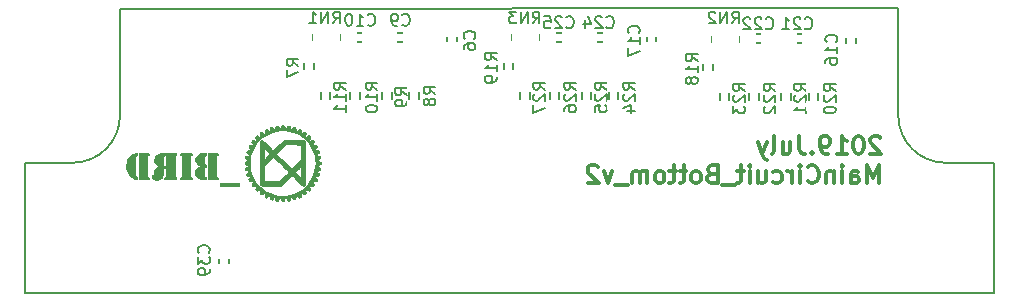
<source format=gbo>
G04 #@! TF.GenerationSoftware,KiCad,Pcbnew,(5.0.0)*
G04 #@! TF.CreationDate,2019-07-10T12:28:10+09:00*
G04 #@! TF.ProjectId,MainCircuit_v2_bottom,4D61696E436972637569745F76325F62,rev?*
G04 #@! TF.SameCoordinates,Original*
G04 #@! TF.FileFunction,Legend,Bot*
G04 #@! TF.FilePolarity,Positive*
%FSLAX46Y46*%
G04 Gerber Fmt 4.6, Leading zero omitted, Abs format (unit mm)*
G04 Created by KiCad (PCBNEW (5.0.0)) date 07/10/19 12:28:10*
%MOMM*%
%LPD*%
G01*
G04 APERTURE LIST*
%ADD10C,0.300000*%
%ADD11C,0.200000*%
%ADD12C,0.010000*%
%ADD13C,0.150000*%
%ADD14C,0.120000*%
%ADD15C,1.924000*%
%ADD16C,1.600000*%
%ADD17R,1.200000X1.100000*%
%ADD18R,2.400000X2.400000*%
%ADD19C,2.400000*%
%ADD20R,1.100000X1.200000*%
%ADD21R,1.200000X0.900000*%
%ADD22R,0.650000X0.900000*%
%ADD23C,2.600000*%
G04 APERTURE END LIST*
D10*
X181142857Y-93421428D02*
X181071428Y-93350000D01*
X180928571Y-93278571D01*
X180571428Y-93278571D01*
X180428571Y-93350000D01*
X180357142Y-93421428D01*
X180285714Y-93564285D01*
X180285714Y-93707142D01*
X180357142Y-93921428D01*
X181214285Y-94778571D01*
X180285714Y-94778571D01*
X179357142Y-93278571D02*
X179214285Y-93278571D01*
X179071428Y-93350000D01*
X179000000Y-93421428D01*
X178928571Y-93564285D01*
X178857142Y-93850000D01*
X178857142Y-94207142D01*
X178928571Y-94492857D01*
X179000000Y-94635714D01*
X179071428Y-94707142D01*
X179214285Y-94778571D01*
X179357142Y-94778571D01*
X179500000Y-94707142D01*
X179571428Y-94635714D01*
X179642857Y-94492857D01*
X179714285Y-94207142D01*
X179714285Y-93850000D01*
X179642857Y-93564285D01*
X179571428Y-93421428D01*
X179500000Y-93350000D01*
X179357142Y-93278571D01*
X177428571Y-94778571D02*
X178285714Y-94778571D01*
X177857142Y-94778571D02*
X177857142Y-93278571D01*
X178000000Y-93492857D01*
X178142857Y-93635714D01*
X178285714Y-93707142D01*
X176714285Y-94778571D02*
X176428571Y-94778571D01*
X176285714Y-94707142D01*
X176214285Y-94635714D01*
X176071428Y-94421428D01*
X176000000Y-94135714D01*
X176000000Y-93564285D01*
X176071428Y-93421428D01*
X176142857Y-93350000D01*
X176285714Y-93278571D01*
X176571428Y-93278571D01*
X176714285Y-93350000D01*
X176785714Y-93421428D01*
X176857142Y-93564285D01*
X176857142Y-93921428D01*
X176785714Y-94064285D01*
X176714285Y-94135714D01*
X176571428Y-94207142D01*
X176285714Y-94207142D01*
X176142857Y-94135714D01*
X176071428Y-94064285D01*
X176000000Y-93921428D01*
X175357142Y-94635714D02*
X175285714Y-94707142D01*
X175357142Y-94778571D01*
X175428571Y-94707142D01*
X175357142Y-94635714D01*
X175357142Y-94778571D01*
X174214285Y-93278571D02*
X174214285Y-94350000D01*
X174285714Y-94564285D01*
X174428571Y-94707142D01*
X174642857Y-94778571D01*
X174785714Y-94778571D01*
X172857142Y-93778571D02*
X172857142Y-94778571D01*
X173500000Y-93778571D02*
X173500000Y-94564285D01*
X173428571Y-94707142D01*
X173285714Y-94778571D01*
X173071428Y-94778571D01*
X172928571Y-94707142D01*
X172857142Y-94635714D01*
X171928571Y-94778571D02*
X172071428Y-94707142D01*
X172142857Y-94564285D01*
X172142857Y-93278571D01*
X171500000Y-93778571D02*
X171142857Y-94778571D01*
X170785714Y-93778571D02*
X171142857Y-94778571D01*
X171285714Y-95135714D01*
X171357142Y-95207142D01*
X171500000Y-95278571D01*
X180985714Y-97278571D02*
X180985714Y-95778571D01*
X180485714Y-96850000D01*
X179985714Y-95778571D01*
X179985714Y-97278571D01*
X178628571Y-97278571D02*
X178628571Y-96492857D01*
X178700000Y-96350000D01*
X178842857Y-96278571D01*
X179128571Y-96278571D01*
X179271428Y-96350000D01*
X178628571Y-97207142D02*
X178771428Y-97278571D01*
X179128571Y-97278571D01*
X179271428Y-97207142D01*
X179342857Y-97064285D01*
X179342857Y-96921428D01*
X179271428Y-96778571D01*
X179128571Y-96707142D01*
X178771428Y-96707142D01*
X178628571Y-96635714D01*
X177914285Y-97278571D02*
X177914285Y-96278571D01*
X177914285Y-95778571D02*
X177985714Y-95850000D01*
X177914285Y-95921428D01*
X177842857Y-95850000D01*
X177914285Y-95778571D01*
X177914285Y-95921428D01*
X177200000Y-96278571D02*
X177200000Y-97278571D01*
X177200000Y-96421428D02*
X177128571Y-96350000D01*
X176985714Y-96278571D01*
X176771428Y-96278571D01*
X176628571Y-96350000D01*
X176557142Y-96492857D01*
X176557142Y-97278571D01*
X174985714Y-97135714D02*
X175057142Y-97207142D01*
X175271428Y-97278571D01*
X175414285Y-97278571D01*
X175628571Y-97207142D01*
X175771428Y-97064285D01*
X175842857Y-96921428D01*
X175914285Y-96635714D01*
X175914285Y-96421428D01*
X175842857Y-96135714D01*
X175771428Y-95992857D01*
X175628571Y-95850000D01*
X175414285Y-95778571D01*
X175271428Y-95778571D01*
X175057142Y-95850000D01*
X174985714Y-95921428D01*
X174342857Y-97278571D02*
X174342857Y-96278571D01*
X174342857Y-95778571D02*
X174414285Y-95850000D01*
X174342857Y-95921428D01*
X174271428Y-95850000D01*
X174342857Y-95778571D01*
X174342857Y-95921428D01*
X173628571Y-97278571D02*
X173628571Y-96278571D01*
X173628571Y-96564285D02*
X173557142Y-96421428D01*
X173485714Y-96350000D01*
X173342857Y-96278571D01*
X173200000Y-96278571D01*
X172057142Y-97207142D02*
X172200000Y-97278571D01*
X172485714Y-97278571D01*
X172628571Y-97207142D01*
X172700000Y-97135714D01*
X172771428Y-96992857D01*
X172771428Y-96564285D01*
X172700000Y-96421428D01*
X172628571Y-96350000D01*
X172485714Y-96278571D01*
X172200000Y-96278571D01*
X172057142Y-96350000D01*
X170771428Y-96278571D02*
X170771428Y-97278571D01*
X171414285Y-96278571D02*
X171414285Y-97064285D01*
X171342857Y-97207142D01*
X171200000Y-97278571D01*
X170985714Y-97278571D01*
X170842857Y-97207142D01*
X170771428Y-97135714D01*
X170057142Y-97278571D02*
X170057142Y-96278571D01*
X170057142Y-95778571D02*
X170128571Y-95850000D01*
X170057142Y-95921428D01*
X169985714Y-95850000D01*
X170057142Y-95778571D01*
X170057142Y-95921428D01*
X169557142Y-96278571D02*
X168985714Y-96278571D01*
X169342857Y-95778571D02*
X169342857Y-97064285D01*
X169271428Y-97207142D01*
X169128571Y-97278571D01*
X168985714Y-97278571D01*
X168842857Y-97421428D02*
X167700000Y-97421428D01*
X166842857Y-96492857D02*
X166628571Y-96564285D01*
X166557142Y-96635714D01*
X166485714Y-96778571D01*
X166485714Y-96992857D01*
X166557142Y-97135714D01*
X166628571Y-97207142D01*
X166771428Y-97278571D01*
X167342857Y-97278571D01*
X167342857Y-95778571D01*
X166842857Y-95778571D01*
X166700000Y-95850000D01*
X166628571Y-95921428D01*
X166557142Y-96064285D01*
X166557142Y-96207142D01*
X166628571Y-96350000D01*
X166700000Y-96421428D01*
X166842857Y-96492857D01*
X167342857Y-96492857D01*
X165628571Y-97278571D02*
X165771428Y-97207142D01*
X165842857Y-97135714D01*
X165914285Y-96992857D01*
X165914285Y-96564285D01*
X165842857Y-96421428D01*
X165771428Y-96350000D01*
X165628571Y-96278571D01*
X165414285Y-96278571D01*
X165271428Y-96350000D01*
X165200000Y-96421428D01*
X165128571Y-96564285D01*
X165128571Y-96992857D01*
X165200000Y-97135714D01*
X165271428Y-97207142D01*
X165414285Y-97278571D01*
X165628571Y-97278571D01*
X164700000Y-96278571D02*
X164128571Y-96278571D01*
X164485714Y-95778571D02*
X164485714Y-97064285D01*
X164414285Y-97207142D01*
X164271428Y-97278571D01*
X164128571Y-97278571D01*
X163842857Y-96278571D02*
X163271428Y-96278571D01*
X163628571Y-95778571D02*
X163628571Y-97064285D01*
X163557142Y-97207142D01*
X163414285Y-97278571D01*
X163271428Y-97278571D01*
X162557142Y-97278571D02*
X162700000Y-97207142D01*
X162771428Y-97135714D01*
X162842857Y-96992857D01*
X162842857Y-96564285D01*
X162771428Y-96421428D01*
X162700000Y-96350000D01*
X162557142Y-96278571D01*
X162342857Y-96278571D01*
X162200000Y-96350000D01*
X162128571Y-96421428D01*
X162057142Y-96564285D01*
X162057142Y-96992857D01*
X162128571Y-97135714D01*
X162200000Y-97207142D01*
X162342857Y-97278571D01*
X162557142Y-97278571D01*
X161414285Y-97278571D02*
X161414285Y-96278571D01*
X161414285Y-96421428D02*
X161342857Y-96350000D01*
X161200000Y-96278571D01*
X160985714Y-96278571D01*
X160842857Y-96350000D01*
X160771428Y-96492857D01*
X160771428Y-97278571D01*
X160771428Y-96492857D02*
X160700000Y-96350000D01*
X160557142Y-96278571D01*
X160342857Y-96278571D01*
X160200000Y-96350000D01*
X160128571Y-96492857D01*
X160128571Y-97278571D01*
X159771428Y-97421428D02*
X158628571Y-97421428D01*
X158414285Y-96278571D02*
X158057142Y-97278571D01*
X157700000Y-96278571D01*
X157200000Y-95921428D02*
X157128571Y-95850000D01*
X156985714Y-95778571D01*
X156628571Y-95778571D01*
X156485714Y-95850000D01*
X156414285Y-95921428D01*
X156342857Y-96064285D01*
X156342857Y-96207142D01*
X156414285Y-96421428D01*
X157271428Y-97278571D01*
X156342857Y-97278571D01*
D11*
X108750000Y-95550000D02*
X112750000Y-95550000D01*
X116750000Y-82550000D02*
X116750000Y-91550000D01*
X108750000Y-95550000D02*
X108750000Y-106550000D01*
X190750000Y-106550000D02*
X108750000Y-106550000D01*
X190750000Y-95550000D02*
X190750000Y-106550000D01*
X186550000Y-95550000D02*
X190750000Y-95550000D01*
X182650000Y-82450000D02*
X182650000Y-91550000D01*
X116750000Y-82550000D02*
X182650000Y-82450000D01*
X186650000Y-95550000D02*
G75*
G02X182650000Y-91550000I0J4000000D01*
G01*
X116750000Y-91550000D02*
G75*
G02X112750000Y-95550000I-4000000J0D01*
G01*
D12*
G04 #@! TO.C,G\002A\002A\002A*
G36*
X130433300Y-92390098D02*
X130411111Y-92430705D01*
X130392861Y-92489171D01*
X130355053Y-92589778D01*
X130315282Y-92639723D01*
X130272457Y-92639068D01*
X130225482Y-92587876D01*
X130179966Y-92501346D01*
X130145503Y-92436439D01*
X130109413Y-92406908D01*
X130054987Y-92399617D01*
X130050542Y-92399600D01*
X129991877Y-92405235D01*
X129953331Y-92429017D01*
X129926701Y-92481258D01*
X129903781Y-92572274D01*
X129900500Y-92588210D01*
X129874896Y-92678253D01*
X129843401Y-92719080D01*
X129803873Y-92712136D01*
X129768367Y-92677309D01*
X129697270Y-92590506D01*
X129650011Y-92536363D01*
X129617804Y-92508599D01*
X129591864Y-92500933D01*
X129563406Y-92507086D01*
X129541194Y-92514892D01*
X129500176Y-92533683D01*
X129476590Y-92563106D01*
X129463627Y-92617310D01*
X129456000Y-92691952D01*
X129440159Y-92793220D01*
X129411361Y-92846005D01*
X129366070Y-92851601D01*
X129300747Y-92811297D01*
X129251475Y-92766605D01*
X129193147Y-92712288D01*
X129153472Y-92688531D01*
X129115642Y-92689523D01*
X129073429Y-92705050D01*
X128992677Y-92738499D01*
X129009198Y-92899755D01*
X129014248Y-93004645D01*
X129000573Y-93063472D01*
X128964508Y-93078689D01*
X128902385Y-93052751D01*
X128841861Y-93011739D01*
X128765162Y-92959076D01*
X128713084Y-92938200D01*
X128671519Y-92948024D01*
X128626357Y-92987460D01*
X128619563Y-92994623D01*
X128587036Y-93032211D01*
X128574659Y-93065081D01*
X128581123Y-93110833D01*
X128605122Y-93187065D01*
X128605235Y-93187404D01*
X128630953Y-93283491D01*
X128628145Y-93339096D01*
X128593634Y-93356786D01*
X128524241Y-93339130D01*
X128455612Y-93308295D01*
X128319107Y-93241346D01*
X128249873Y-93313611D01*
X128180639Y-93385875D01*
X128252761Y-93514176D01*
X128296679Y-93604587D01*
X128304619Y-93660263D01*
X128274220Y-93684060D01*
X128203123Y-93678835D01*
X128131803Y-93660596D01*
X128053177Y-93639049D01*
X128005800Y-93633901D01*
X127972416Y-93646450D01*
X127938852Y-93675094D01*
X127897904Y-93720036D01*
X127885859Y-93760831D01*
X127904049Y-93811308D01*
X127953811Y-93885299D01*
X127959940Y-93893660D01*
X128013058Y-93976072D01*
X128026728Y-94029875D01*
X127998496Y-94058737D01*
X127925907Y-94066323D01*
X127847956Y-94060997D01*
X127686700Y-94044476D01*
X127653251Y-94125228D01*
X127635955Y-94174872D01*
X127638985Y-94212061D01*
X127668150Y-94254039D01*
X127712401Y-94300811D01*
X127779305Y-94378296D01*
X127804279Y-94434599D01*
X127785262Y-94473336D01*
X127720194Y-94498125D01*
X127607014Y-94512582D01*
X127591064Y-94513729D01*
X127522552Y-94524284D01*
X127485951Y-94551706D01*
X127466976Y-94594314D01*
X127456667Y-94637932D01*
X127464914Y-94673835D01*
X127498822Y-94715533D01*
X127560473Y-94772114D01*
X127631406Y-94843025D01*
X127656863Y-94893743D01*
X127636033Y-94928274D01*
X127568104Y-94950625D01*
X127522911Y-94957656D01*
X127428165Y-94976144D01*
X127374160Y-95006978D01*
X127351004Y-95058423D01*
X127347800Y-95103952D01*
X127354385Y-95159290D01*
X127382872Y-95195929D01*
X127446362Y-95230325D01*
X127449547Y-95231765D01*
X127544899Y-95283748D01*
X127589684Y-95331281D01*
X127583885Y-95374930D01*
X127527485Y-95415264D01*
X127443352Y-95446296D01*
X127362167Y-95475256D01*
X127321720Y-95507708D01*
X127312683Y-95555750D01*
X127320225Y-95605984D01*
X127342056Y-95662721D01*
X127388749Y-95699550D01*
X127437200Y-95719135D01*
X127534496Y-95759867D01*
X127581459Y-95799388D01*
X127578357Y-95840973D01*
X127525456Y-95887899D01*
X127454292Y-95928048D01*
X127388326Y-95964839D01*
X127357544Y-95997688D01*
X127350642Y-96043135D01*
X127352692Y-96076704D01*
X127358469Y-96124098D01*
X127372842Y-96155668D01*
X127405805Y-96177706D01*
X127467351Y-96196501D01*
X127567475Y-96218344D01*
X127582750Y-96221509D01*
X127638999Y-96248069D01*
X127650276Y-96291856D01*
X127617395Y-96348087D01*
X127551543Y-96404802D01*
X127484736Y-96457123D01*
X127455595Y-96500749D01*
X127457598Y-96552052D01*
X127473677Y-96600345D01*
X127493432Y-96637165D01*
X127526541Y-96657733D01*
X127587308Y-96668024D01*
X127644880Y-96671848D01*
X127743699Y-96684519D01*
X127794972Y-96711777D01*
X127799730Y-96756701D01*
X127759005Y-96822367D01*
X127712508Y-96873679D01*
X127657505Y-96932257D01*
X127633333Y-96970337D01*
X127634729Y-97003172D01*
X127654332Y-97042312D01*
X127679731Y-97080372D01*
X127710577Y-97099978D01*
X127761975Y-97105846D01*
X127847970Y-97102748D01*
X127950973Y-97102481D01*
X128010095Y-97115055D01*
X128021124Y-97124361D01*
X128018043Y-97161104D01*
X127988752Y-97222893D01*
X127959466Y-97268449D01*
X127907732Y-97356110D01*
X127895485Y-97423520D01*
X127922402Y-97481983D01*
X127952500Y-97513264D01*
X127987178Y-97537107D01*
X128027149Y-97539050D01*
X128092330Y-97519704D01*
X128097901Y-97517729D01*
X128204282Y-97485869D01*
X128269695Y-97482723D01*
X128296535Y-97510539D01*
X128287195Y-97571563D01*
X128248582Y-97659213D01*
X128182342Y-97789931D01*
X128239399Y-97850665D01*
X128299267Y-97898815D01*
X128359133Y-97906008D01*
X128433438Y-97872917D01*
X128452700Y-97860600D01*
X128535154Y-97819059D01*
X128598739Y-97813264D01*
X128630853Y-97835770D01*
X128632472Y-97872885D01*
X128619196Y-97939790D01*
X128604605Y-97989090D01*
X128580923Y-98081355D01*
X128587015Y-98143754D01*
X128627108Y-98190329D01*
X128673796Y-98218980D01*
X128712516Y-98227791D01*
X128760002Y-98209218D01*
X128821659Y-98164878D01*
X128905089Y-98107281D01*
X128960955Y-98091603D01*
X128992825Y-98119707D01*
X129004269Y-98193458D01*
X129002866Y-98259488D01*
X128999395Y-98345932D01*
X129004752Y-98396755D01*
X129024478Y-98427030D01*
X129064115Y-98451828D01*
X129075810Y-98457918D01*
X129157388Y-98500104D01*
X129267392Y-98392143D01*
X129344517Y-98326896D01*
X129399551Y-98306488D01*
X129434820Y-98332039D01*
X129452650Y-98404669D01*
X129456000Y-98482928D01*
X129458341Y-98562155D01*
X129470478Y-98606823D01*
X129500083Y-98633127D01*
X129534688Y-98649030D01*
X129573254Y-98663292D01*
X129604106Y-98664554D01*
X129635646Y-98646724D01*
X129676275Y-98603711D01*
X129734394Y-98529425D01*
X129776177Y-98473935D01*
X129816926Y-98444626D01*
X129855084Y-98461549D01*
X129886024Y-98520179D01*
X129903001Y-98597978D01*
X129918019Y-98679397D01*
X129940733Y-98725169D01*
X129979137Y-98750447D01*
X129984584Y-98752597D01*
X130054323Y-98769898D01*
X130107967Y-98755384D01*
X130157865Y-98702845D01*
X130192600Y-98648000D01*
X130248264Y-98564999D01*
X130292974Y-98530465D01*
X130331383Y-98544524D01*
X130368146Y-98607300D01*
X130386004Y-98653181D01*
X130416048Y-98730284D01*
X130443494Y-98771500D01*
X130481005Y-98789395D01*
X130529510Y-98795595D01*
X130604235Y-98792652D01*
X130636718Y-98770195D01*
X130651675Y-98725895D01*
X130674191Y-98656771D01*
X130680963Y-98635646D01*
X130715539Y-98557401D01*
X130754647Y-98528580D01*
X130799968Y-98549298D01*
X130853183Y-98619667D01*
X130869784Y-98648387D01*
X130912279Y-98721209D01*
X130944536Y-98758470D01*
X130979548Y-98769785D01*
X131027598Y-98765199D01*
X131090089Y-98753457D01*
X131123902Y-98734113D01*
X131140362Y-98693105D01*
X131150795Y-98616370D01*
X131151337Y-98611561D01*
X131167222Y-98534662D01*
X131191842Y-98477288D01*
X131202354Y-98464844D01*
X131228727Y-98453320D01*
X131260752Y-98467149D01*
X131308034Y-98512336D01*
X131345283Y-98554182D01*
X131403914Y-98619588D01*
X131443701Y-98652845D01*
X131478429Y-98660735D01*
X131521883Y-98650044D01*
X131532587Y-98646360D01*
X131578915Y-98627428D01*
X131603514Y-98602328D01*
X131613252Y-98556395D01*
X131615000Y-98474966D01*
X131615000Y-98470432D01*
X131621870Y-98368091D01*
X131644402Y-98313361D01*
X131685484Y-98305110D01*
X131748004Y-98342210D01*
X131806865Y-98395338D01*
X131913613Y-98500104D01*
X131994029Y-98458519D01*
X132038397Y-98433358D01*
X132060808Y-98406690D01*
X132066279Y-98363280D01*
X132059831Y-98287892D01*
X132057392Y-98266210D01*
X132052324Y-98164869D01*
X132067767Y-98109115D01*
X132107320Y-98096886D01*
X132174587Y-98126124D01*
X132233558Y-98165439D01*
X132299411Y-98211062D01*
X132340700Y-98230004D01*
X132373887Y-98225539D01*
X132414656Y-98201455D01*
X132448082Y-98177456D01*
X132466883Y-98151730D01*
X132472052Y-98112957D01*
X132464581Y-98049817D01*
X132445464Y-97950988D01*
X132439264Y-97920757D01*
X132435349Y-97854201D01*
X132460685Y-97823296D01*
X132518632Y-97826897D01*
X132609926Y-97862625D01*
X132695736Y-97897300D01*
X132751333Y-97904774D01*
X132777062Y-97895794D01*
X132831983Y-97849672D01*
X132851104Y-97795758D01*
X132836082Y-97721880D01*
X132809365Y-97658606D01*
X132772534Y-97565335D01*
X132769449Y-97508823D01*
X132802903Y-97485998D01*
X132875687Y-97493788D01*
X132941975Y-97512704D01*
X133019439Y-97536165D01*
X133063877Y-97542846D01*
X133090256Y-97532618D01*
X133109112Y-97511259D01*
X133156072Y-97442164D01*
X133169170Y-97390260D01*
X133148484Y-97335551D01*
X133110029Y-97279534D01*
X133056615Y-97195539D01*
X133043951Y-97140381D01*
X133073969Y-97110910D01*
X133148596Y-97103977D01*
X133214411Y-97109191D01*
X133298595Y-97117532D01*
X133347550Y-97115025D01*
X133376512Y-97096651D01*
X133400716Y-97057389D01*
X133406720Y-97045828D01*
X133448305Y-96965412D01*
X133340344Y-96855408D01*
X133275103Y-96778316D01*
X133254662Y-96723310D01*
X133280154Y-96688050D01*
X133352714Y-96670195D01*
X133431726Y-96666800D01*
X133510636Y-96664741D01*
X133554478Y-96653266D01*
X133578964Y-96624427D01*
X133594914Y-96584250D01*
X133609552Y-96532779D01*
X133603304Y-96495787D01*
X133569089Y-96455954D01*
X133527549Y-96419527D01*
X133468319Y-96371996D01*
X133424499Y-96342136D01*
X133412050Y-96336977D01*
X133395006Y-96315999D01*
X133393000Y-96299393D01*
X133414395Y-96256381D01*
X133480507Y-96222718D01*
X133589094Y-96197744D01*
X133657866Y-96182273D01*
X133692667Y-96156320D01*
X133710155Y-96105210D01*
X133713526Y-96088105D01*
X133719214Y-96026422D01*
X133711381Y-95990660D01*
X133707932Y-95988167D01*
X133673477Y-95971600D01*
X133613151Y-95939184D01*
X133583500Y-95922598D01*
X133507461Y-95868584D01*
X133481714Y-95820326D01*
X133506401Y-95776738D01*
X133581662Y-95736736D01*
X133608900Y-95727000D01*
X133682850Y-95700110D01*
X133720517Y-95674697D01*
X133734124Y-95637137D01*
X133735900Y-95585411D01*
X133735745Y-95582004D01*
X133307949Y-95582004D01*
X133285016Y-95929233D01*
X133219612Y-96270615D01*
X133112414Y-96601859D01*
X132964101Y-96918675D01*
X132775352Y-97216771D01*
X132546846Y-97491857D01*
X132279260Y-97739641D01*
X132139119Y-97846210D01*
X131829031Y-98036619D01*
X131495373Y-98184956D01*
X131144984Y-98289480D01*
X130784702Y-98348449D01*
X130421364Y-98360121D01*
X130191934Y-98342157D01*
X129821675Y-98271971D01*
X129467987Y-98155498D01*
X129135102Y-97994861D01*
X128827249Y-97792186D01*
X128548661Y-97549598D01*
X128486675Y-97485728D01*
X128284895Y-97243677D01*
X128103988Y-96973159D01*
X127954594Y-96691149D01*
X127885861Y-96527100D01*
X127830668Y-96365918D01*
X127790682Y-96211915D01*
X127763900Y-96051882D01*
X127748320Y-95872613D01*
X127741942Y-95660900D01*
X127741513Y-95574600D01*
X127742335Y-95403466D01*
X127745497Y-95271428D01*
X127752055Y-95166796D01*
X127763066Y-95077882D01*
X127779589Y-94992997D01*
X127802401Y-94901500D01*
X127924485Y-94535483D01*
X128087511Y-94196283D01*
X128289044Y-93886576D01*
X128526651Y-93609041D01*
X128797900Y-93366354D01*
X129100356Y-93161192D01*
X129431586Y-92996233D01*
X129588977Y-92935971D01*
X129946565Y-92836939D01*
X130307878Y-92786346D01*
X130668481Y-92782832D01*
X131023944Y-92825039D01*
X131369832Y-92911608D01*
X131701714Y-93041181D01*
X132015156Y-93212400D01*
X132305725Y-93423905D01*
X132568990Y-93674339D01*
X132761790Y-93908342D01*
X132961393Y-94220440D01*
X133115132Y-94548146D01*
X133223686Y-94887169D01*
X133287732Y-95233219D01*
X133307949Y-95582004D01*
X133735745Y-95582004D01*
X133733278Y-95527956D01*
X133717557Y-95492789D01*
X133676951Y-95466914D01*
X133602550Y-95438372D01*
X133514085Y-95398769D01*
X133475543Y-95360152D01*
X133486157Y-95320213D01*
X133545157Y-95276638D01*
X133548182Y-95274968D01*
X133640408Y-95220818D01*
X133693667Y-95177229D01*
X133715655Y-95134686D01*
X133714070Y-95083672D01*
X133711826Y-95072634D01*
X133697394Y-95025353D01*
X133671625Y-94995235D01*
X133622405Y-94975023D01*
X133537618Y-94957459D01*
X133512316Y-94953116D01*
X133433304Y-94927868D01*
X133399987Y-94889318D01*
X133414280Y-94841947D01*
X133450410Y-94808255D01*
X133535051Y-94745565D01*
X133585139Y-94702502D01*
X133607342Y-94669003D01*
X133608325Y-94635000D01*
X133594755Y-94590430D01*
X133594727Y-94590350D01*
X133574546Y-94542225D01*
X133547358Y-94517726D01*
X133497473Y-94508906D01*
X133431726Y-94507800D01*
X133326533Y-94500904D01*
X133269076Y-94478255D01*
X133257934Y-94436909D01*
X133291686Y-94373922D01*
X133339637Y-94317138D01*
X133397007Y-94253303D01*
X133424830Y-94212022D01*
X133428009Y-94178515D01*
X133411445Y-94138001D01*
X133403912Y-94123342D01*
X133378876Y-94079474D01*
X133351925Y-94057265D01*
X133307832Y-94051663D01*
X133231367Y-94057614D01*
X133211896Y-94059637D01*
X133110431Y-94063583D01*
X133054115Y-94047656D01*
X133040369Y-94009374D01*
X133066610Y-93946255D01*
X133076868Y-93929753D01*
X133133104Y-93842898D01*
X133165578Y-93787871D01*
X133176869Y-93753065D01*
X133169556Y-93726870D01*
X133146217Y-93697679D01*
X133132025Y-93681464D01*
X133071987Y-93611666D01*
X132940964Y-93655184D01*
X132839220Y-93680730D01*
X132778054Y-93675842D01*
X132756977Y-93639988D01*
X132775501Y-93572639D01*
X132808706Y-93511463D01*
X132849602Y-93429389D01*
X132853283Y-93367708D01*
X132819083Y-93311537D01*
X132798866Y-93291198D01*
X132738132Y-93234141D01*
X132605279Y-93301463D01*
X132514125Y-93341723D01*
X132458745Y-93348198D01*
X132434855Y-93317368D01*
X132438175Y-93245708D01*
X132452790Y-93176010D01*
X132470543Y-93088806D01*
X132471717Y-93035119D01*
X132456472Y-93000502D01*
X132454751Y-92998368D01*
X132396259Y-92951469D01*
X132330284Y-92948679D01*
X132249696Y-92990353D01*
X132223723Y-93009894D01*
X132142431Y-93065461D01*
X132088498Y-93079261D01*
X132059291Y-93049688D01*
X132052177Y-92975136D01*
X132057392Y-92908389D01*
X132065732Y-92824203D01*
X132063225Y-92775248D01*
X132044858Y-92746291D01*
X132005616Y-92722097D01*
X131994108Y-92716121D01*
X131945875Y-92693531D01*
X131911224Y-92691781D01*
X131873332Y-92715835D01*
X131818002Y-92768093D01*
X131739720Y-92834162D01*
X131683369Y-92854953D01*
X131645485Y-92829174D01*
X131622603Y-92755531D01*
X131615000Y-92692295D01*
X131606230Y-92607582D01*
X131592873Y-92559600D01*
X131567242Y-92534376D01*
X131521649Y-92517936D01*
X131518597Y-92517063D01*
X131457260Y-92505337D01*
X131419680Y-92520201D01*
X131395534Y-92549384D01*
X131323909Y-92645484D01*
X131270714Y-92700885D01*
X131230774Y-92719871D01*
X131202067Y-92709517D01*
X131176477Y-92666443D01*
X131156223Y-92594604D01*
X131151124Y-92561151D01*
X131132361Y-92470893D01*
X131095571Y-92420901D01*
X131031571Y-92401417D01*
X130999478Y-92399988D01*
X130954772Y-92407357D01*
X130918469Y-92437284D01*
X130879183Y-92500621D01*
X130864879Y-92528221D01*
X130814133Y-92611920D01*
X130770292Y-92645545D01*
X130730749Y-92628898D01*
X130692895Y-92561783D01*
X130675329Y-92513900D01*
X130648125Y-92439572D01*
X130621451Y-92400851D01*
X130581248Y-92384684D01*
X130530290Y-92379245D01*
X130468030Y-92376941D01*
X130433300Y-92390098D01*
X130433300Y-92390098D01*
G37*
X130433300Y-92390098D02*
X130411111Y-92430705D01*
X130392861Y-92489171D01*
X130355053Y-92589778D01*
X130315282Y-92639723D01*
X130272457Y-92639068D01*
X130225482Y-92587876D01*
X130179966Y-92501346D01*
X130145503Y-92436439D01*
X130109413Y-92406908D01*
X130054987Y-92399617D01*
X130050542Y-92399600D01*
X129991877Y-92405235D01*
X129953331Y-92429017D01*
X129926701Y-92481258D01*
X129903781Y-92572274D01*
X129900500Y-92588210D01*
X129874896Y-92678253D01*
X129843401Y-92719080D01*
X129803873Y-92712136D01*
X129768367Y-92677309D01*
X129697270Y-92590506D01*
X129650011Y-92536363D01*
X129617804Y-92508599D01*
X129591864Y-92500933D01*
X129563406Y-92507086D01*
X129541194Y-92514892D01*
X129500176Y-92533683D01*
X129476590Y-92563106D01*
X129463627Y-92617310D01*
X129456000Y-92691952D01*
X129440159Y-92793220D01*
X129411361Y-92846005D01*
X129366070Y-92851601D01*
X129300747Y-92811297D01*
X129251475Y-92766605D01*
X129193147Y-92712288D01*
X129153472Y-92688531D01*
X129115642Y-92689523D01*
X129073429Y-92705050D01*
X128992677Y-92738499D01*
X129009198Y-92899755D01*
X129014248Y-93004645D01*
X129000573Y-93063472D01*
X128964508Y-93078689D01*
X128902385Y-93052751D01*
X128841861Y-93011739D01*
X128765162Y-92959076D01*
X128713084Y-92938200D01*
X128671519Y-92948024D01*
X128626357Y-92987460D01*
X128619563Y-92994623D01*
X128587036Y-93032211D01*
X128574659Y-93065081D01*
X128581123Y-93110833D01*
X128605122Y-93187065D01*
X128605235Y-93187404D01*
X128630953Y-93283491D01*
X128628145Y-93339096D01*
X128593634Y-93356786D01*
X128524241Y-93339130D01*
X128455612Y-93308295D01*
X128319107Y-93241346D01*
X128249873Y-93313611D01*
X128180639Y-93385875D01*
X128252761Y-93514176D01*
X128296679Y-93604587D01*
X128304619Y-93660263D01*
X128274220Y-93684060D01*
X128203123Y-93678835D01*
X128131803Y-93660596D01*
X128053177Y-93639049D01*
X128005800Y-93633901D01*
X127972416Y-93646450D01*
X127938852Y-93675094D01*
X127897904Y-93720036D01*
X127885859Y-93760831D01*
X127904049Y-93811308D01*
X127953811Y-93885299D01*
X127959940Y-93893660D01*
X128013058Y-93976072D01*
X128026728Y-94029875D01*
X127998496Y-94058737D01*
X127925907Y-94066323D01*
X127847956Y-94060997D01*
X127686700Y-94044476D01*
X127653251Y-94125228D01*
X127635955Y-94174872D01*
X127638985Y-94212061D01*
X127668150Y-94254039D01*
X127712401Y-94300811D01*
X127779305Y-94378296D01*
X127804279Y-94434599D01*
X127785262Y-94473336D01*
X127720194Y-94498125D01*
X127607014Y-94512582D01*
X127591064Y-94513729D01*
X127522552Y-94524284D01*
X127485951Y-94551706D01*
X127466976Y-94594314D01*
X127456667Y-94637932D01*
X127464914Y-94673835D01*
X127498822Y-94715533D01*
X127560473Y-94772114D01*
X127631406Y-94843025D01*
X127656863Y-94893743D01*
X127636033Y-94928274D01*
X127568104Y-94950625D01*
X127522911Y-94957656D01*
X127428165Y-94976144D01*
X127374160Y-95006978D01*
X127351004Y-95058423D01*
X127347800Y-95103952D01*
X127354385Y-95159290D01*
X127382872Y-95195929D01*
X127446362Y-95230325D01*
X127449547Y-95231765D01*
X127544899Y-95283748D01*
X127589684Y-95331281D01*
X127583885Y-95374930D01*
X127527485Y-95415264D01*
X127443352Y-95446296D01*
X127362167Y-95475256D01*
X127321720Y-95507708D01*
X127312683Y-95555750D01*
X127320225Y-95605984D01*
X127342056Y-95662721D01*
X127388749Y-95699550D01*
X127437200Y-95719135D01*
X127534496Y-95759867D01*
X127581459Y-95799388D01*
X127578357Y-95840973D01*
X127525456Y-95887899D01*
X127454292Y-95928048D01*
X127388326Y-95964839D01*
X127357544Y-95997688D01*
X127350642Y-96043135D01*
X127352692Y-96076704D01*
X127358469Y-96124098D01*
X127372842Y-96155668D01*
X127405805Y-96177706D01*
X127467351Y-96196501D01*
X127567475Y-96218344D01*
X127582750Y-96221509D01*
X127638999Y-96248069D01*
X127650276Y-96291856D01*
X127617395Y-96348087D01*
X127551543Y-96404802D01*
X127484736Y-96457123D01*
X127455595Y-96500749D01*
X127457598Y-96552052D01*
X127473677Y-96600345D01*
X127493432Y-96637165D01*
X127526541Y-96657733D01*
X127587308Y-96668024D01*
X127644880Y-96671848D01*
X127743699Y-96684519D01*
X127794972Y-96711777D01*
X127799730Y-96756701D01*
X127759005Y-96822367D01*
X127712508Y-96873679D01*
X127657505Y-96932257D01*
X127633333Y-96970337D01*
X127634729Y-97003172D01*
X127654332Y-97042312D01*
X127679731Y-97080372D01*
X127710577Y-97099978D01*
X127761975Y-97105846D01*
X127847970Y-97102748D01*
X127950973Y-97102481D01*
X128010095Y-97115055D01*
X128021124Y-97124361D01*
X128018043Y-97161104D01*
X127988752Y-97222893D01*
X127959466Y-97268449D01*
X127907732Y-97356110D01*
X127895485Y-97423520D01*
X127922402Y-97481983D01*
X127952500Y-97513264D01*
X127987178Y-97537107D01*
X128027149Y-97539050D01*
X128092330Y-97519704D01*
X128097901Y-97517729D01*
X128204282Y-97485869D01*
X128269695Y-97482723D01*
X128296535Y-97510539D01*
X128287195Y-97571563D01*
X128248582Y-97659213D01*
X128182342Y-97789931D01*
X128239399Y-97850665D01*
X128299267Y-97898815D01*
X128359133Y-97906008D01*
X128433438Y-97872917D01*
X128452700Y-97860600D01*
X128535154Y-97819059D01*
X128598739Y-97813264D01*
X128630853Y-97835770D01*
X128632472Y-97872885D01*
X128619196Y-97939790D01*
X128604605Y-97989090D01*
X128580923Y-98081355D01*
X128587015Y-98143754D01*
X128627108Y-98190329D01*
X128673796Y-98218980D01*
X128712516Y-98227791D01*
X128760002Y-98209218D01*
X128821659Y-98164878D01*
X128905089Y-98107281D01*
X128960955Y-98091603D01*
X128992825Y-98119707D01*
X129004269Y-98193458D01*
X129002866Y-98259488D01*
X128999395Y-98345932D01*
X129004752Y-98396755D01*
X129024478Y-98427030D01*
X129064115Y-98451828D01*
X129075810Y-98457918D01*
X129157388Y-98500104D01*
X129267392Y-98392143D01*
X129344517Y-98326896D01*
X129399551Y-98306488D01*
X129434820Y-98332039D01*
X129452650Y-98404669D01*
X129456000Y-98482928D01*
X129458341Y-98562155D01*
X129470478Y-98606823D01*
X129500083Y-98633127D01*
X129534688Y-98649030D01*
X129573254Y-98663292D01*
X129604106Y-98664554D01*
X129635646Y-98646724D01*
X129676275Y-98603711D01*
X129734394Y-98529425D01*
X129776177Y-98473935D01*
X129816926Y-98444626D01*
X129855084Y-98461549D01*
X129886024Y-98520179D01*
X129903001Y-98597978D01*
X129918019Y-98679397D01*
X129940733Y-98725169D01*
X129979137Y-98750447D01*
X129984584Y-98752597D01*
X130054323Y-98769898D01*
X130107967Y-98755384D01*
X130157865Y-98702845D01*
X130192600Y-98648000D01*
X130248264Y-98564999D01*
X130292974Y-98530465D01*
X130331383Y-98544524D01*
X130368146Y-98607300D01*
X130386004Y-98653181D01*
X130416048Y-98730284D01*
X130443494Y-98771500D01*
X130481005Y-98789395D01*
X130529510Y-98795595D01*
X130604235Y-98792652D01*
X130636718Y-98770195D01*
X130651675Y-98725895D01*
X130674191Y-98656771D01*
X130680963Y-98635646D01*
X130715539Y-98557401D01*
X130754647Y-98528580D01*
X130799968Y-98549298D01*
X130853183Y-98619667D01*
X130869784Y-98648387D01*
X130912279Y-98721209D01*
X130944536Y-98758470D01*
X130979548Y-98769785D01*
X131027598Y-98765199D01*
X131090089Y-98753457D01*
X131123902Y-98734113D01*
X131140362Y-98693105D01*
X131150795Y-98616370D01*
X131151337Y-98611561D01*
X131167222Y-98534662D01*
X131191842Y-98477288D01*
X131202354Y-98464844D01*
X131228727Y-98453320D01*
X131260752Y-98467149D01*
X131308034Y-98512336D01*
X131345283Y-98554182D01*
X131403914Y-98619588D01*
X131443701Y-98652845D01*
X131478429Y-98660735D01*
X131521883Y-98650044D01*
X131532587Y-98646360D01*
X131578915Y-98627428D01*
X131603514Y-98602328D01*
X131613252Y-98556395D01*
X131615000Y-98474966D01*
X131615000Y-98470432D01*
X131621870Y-98368091D01*
X131644402Y-98313361D01*
X131685484Y-98305110D01*
X131748004Y-98342210D01*
X131806865Y-98395338D01*
X131913613Y-98500104D01*
X131994029Y-98458519D01*
X132038397Y-98433358D01*
X132060808Y-98406690D01*
X132066279Y-98363280D01*
X132059831Y-98287892D01*
X132057392Y-98266210D01*
X132052324Y-98164869D01*
X132067767Y-98109115D01*
X132107320Y-98096886D01*
X132174587Y-98126124D01*
X132233558Y-98165439D01*
X132299411Y-98211062D01*
X132340700Y-98230004D01*
X132373887Y-98225539D01*
X132414656Y-98201455D01*
X132448082Y-98177456D01*
X132466883Y-98151730D01*
X132472052Y-98112957D01*
X132464581Y-98049817D01*
X132445464Y-97950988D01*
X132439264Y-97920757D01*
X132435349Y-97854201D01*
X132460685Y-97823296D01*
X132518632Y-97826897D01*
X132609926Y-97862625D01*
X132695736Y-97897300D01*
X132751333Y-97904774D01*
X132777062Y-97895794D01*
X132831983Y-97849672D01*
X132851104Y-97795758D01*
X132836082Y-97721880D01*
X132809365Y-97658606D01*
X132772534Y-97565335D01*
X132769449Y-97508823D01*
X132802903Y-97485998D01*
X132875687Y-97493788D01*
X132941975Y-97512704D01*
X133019439Y-97536165D01*
X133063877Y-97542846D01*
X133090256Y-97532618D01*
X133109112Y-97511259D01*
X133156072Y-97442164D01*
X133169170Y-97390260D01*
X133148484Y-97335551D01*
X133110029Y-97279534D01*
X133056615Y-97195539D01*
X133043951Y-97140381D01*
X133073969Y-97110910D01*
X133148596Y-97103977D01*
X133214411Y-97109191D01*
X133298595Y-97117532D01*
X133347550Y-97115025D01*
X133376512Y-97096651D01*
X133400716Y-97057389D01*
X133406720Y-97045828D01*
X133448305Y-96965412D01*
X133340344Y-96855408D01*
X133275103Y-96778316D01*
X133254662Y-96723310D01*
X133280154Y-96688050D01*
X133352714Y-96670195D01*
X133431726Y-96666800D01*
X133510636Y-96664741D01*
X133554478Y-96653266D01*
X133578964Y-96624427D01*
X133594914Y-96584250D01*
X133609552Y-96532779D01*
X133603304Y-96495787D01*
X133569089Y-96455954D01*
X133527549Y-96419527D01*
X133468319Y-96371996D01*
X133424499Y-96342136D01*
X133412050Y-96336977D01*
X133395006Y-96315999D01*
X133393000Y-96299393D01*
X133414395Y-96256381D01*
X133480507Y-96222718D01*
X133589094Y-96197744D01*
X133657866Y-96182273D01*
X133692667Y-96156320D01*
X133710155Y-96105210D01*
X133713526Y-96088105D01*
X133719214Y-96026422D01*
X133711381Y-95990660D01*
X133707932Y-95988167D01*
X133673477Y-95971600D01*
X133613151Y-95939184D01*
X133583500Y-95922598D01*
X133507461Y-95868584D01*
X133481714Y-95820326D01*
X133506401Y-95776738D01*
X133581662Y-95736736D01*
X133608900Y-95727000D01*
X133682850Y-95700110D01*
X133720517Y-95674697D01*
X133734124Y-95637137D01*
X133735900Y-95585411D01*
X133735745Y-95582004D01*
X133307949Y-95582004D01*
X133285016Y-95929233D01*
X133219612Y-96270615D01*
X133112414Y-96601859D01*
X132964101Y-96918675D01*
X132775352Y-97216771D01*
X132546846Y-97491857D01*
X132279260Y-97739641D01*
X132139119Y-97846210D01*
X131829031Y-98036619D01*
X131495373Y-98184956D01*
X131144984Y-98289480D01*
X130784702Y-98348449D01*
X130421364Y-98360121D01*
X130191934Y-98342157D01*
X129821675Y-98271971D01*
X129467987Y-98155498D01*
X129135102Y-97994861D01*
X128827249Y-97792186D01*
X128548661Y-97549598D01*
X128486675Y-97485728D01*
X128284895Y-97243677D01*
X128103988Y-96973159D01*
X127954594Y-96691149D01*
X127885861Y-96527100D01*
X127830668Y-96365918D01*
X127790682Y-96211915D01*
X127763900Y-96051882D01*
X127748320Y-95872613D01*
X127741942Y-95660900D01*
X127741513Y-95574600D01*
X127742335Y-95403466D01*
X127745497Y-95271428D01*
X127752055Y-95166796D01*
X127763066Y-95077882D01*
X127779589Y-94992997D01*
X127802401Y-94901500D01*
X127924485Y-94535483D01*
X128087511Y-94196283D01*
X128289044Y-93886576D01*
X128526651Y-93609041D01*
X128797900Y-93366354D01*
X129100356Y-93161192D01*
X129431586Y-92996233D01*
X129588977Y-92935971D01*
X129946565Y-92836939D01*
X130307878Y-92786346D01*
X130668481Y-92782832D01*
X131023944Y-92825039D01*
X131369832Y-92911608D01*
X131701714Y-93041181D01*
X132015156Y-93212400D01*
X132305725Y-93423905D01*
X132568990Y-93674339D01*
X132761790Y-93908342D01*
X132961393Y-94220440D01*
X133115132Y-94548146D01*
X133223686Y-94887169D01*
X133287732Y-95233219D01*
X133307949Y-95582004D01*
X133735745Y-95582004D01*
X133733278Y-95527956D01*
X133717557Y-95492789D01*
X133676951Y-95466914D01*
X133602550Y-95438372D01*
X133514085Y-95398769D01*
X133475543Y-95360152D01*
X133486157Y-95320213D01*
X133545157Y-95276638D01*
X133548182Y-95274968D01*
X133640408Y-95220818D01*
X133693667Y-95177229D01*
X133715655Y-95134686D01*
X133714070Y-95083672D01*
X133711826Y-95072634D01*
X133697394Y-95025353D01*
X133671625Y-94995235D01*
X133622405Y-94975023D01*
X133537618Y-94957459D01*
X133512316Y-94953116D01*
X133433304Y-94927868D01*
X133399987Y-94889318D01*
X133414280Y-94841947D01*
X133450410Y-94808255D01*
X133535051Y-94745565D01*
X133585139Y-94702502D01*
X133607342Y-94669003D01*
X133608325Y-94635000D01*
X133594755Y-94590430D01*
X133594727Y-94590350D01*
X133574546Y-94542225D01*
X133547358Y-94517726D01*
X133497473Y-94508906D01*
X133431726Y-94507800D01*
X133326533Y-94500904D01*
X133269076Y-94478255D01*
X133257934Y-94436909D01*
X133291686Y-94373922D01*
X133339637Y-94317138D01*
X133397007Y-94253303D01*
X133424830Y-94212022D01*
X133428009Y-94178515D01*
X133411445Y-94138001D01*
X133403912Y-94123342D01*
X133378876Y-94079474D01*
X133351925Y-94057265D01*
X133307832Y-94051663D01*
X133231367Y-94057614D01*
X133211896Y-94059637D01*
X133110431Y-94063583D01*
X133054115Y-94047656D01*
X133040369Y-94009374D01*
X133066610Y-93946255D01*
X133076868Y-93929753D01*
X133133104Y-93842898D01*
X133165578Y-93787871D01*
X133176869Y-93753065D01*
X133169556Y-93726870D01*
X133146217Y-93697679D01*
X133132025Y-93681464D01*
X133071987Y-93611666D01*
X132940964Y-93655184D01*
X132839220Y-93680730D01*
X132778054Y-93675842D01*
X132756977Y-93639988D01*
X132775501Y-93572639D01*
X132808706Y-93511463D01*
X132849602Y-93429389D01*
X132853283Y-93367708D01*
X132819083Y-93311537D01*
X132798866Y-93291198D01*
X132738132Y-93234141D01*
X132605279Y-93301463D01*
X132514125Y-93341723D01*
X132458745Y-93348198D01*
X132434855Y-93317368D01*
X132438175Y-93245708D01*
X132452790Y-93176010D01*
X132470543Y-93088806D01*
X132471717Y-93035119D01*
X132456472Y-93000502D01*
X132454751Y-92998368D01*
X132396259Y-92951469D01*
X132330284Y-92948679D01*
X132249696Y-92990353D01*
X132223723Y-93009894D01*
X132142431Y-93065461D01*
X132088498Y-93079261D01*
X132059291Y-93049688D01*
X132052177Y-92975136D01*
X132057392Y-92908389D01*
X132065732Y-92824203D01*
X132063225Y-92775248D01*
X132044858Y-92746291D01*
X132005616Y-92722097D01*
X131994108Y-92716121D01*
X131945875Y-92693531D01*
X131911224Y-92691781D01*
X131873332Y-92715835D01*
X131818002Y-92768093D01*
X131739720Y-92834162D01*
X131683369Y-92854953D01*
X131645485Y-92829174D01*
X131622603Y-92755531D01*
X131615000Y-92692295D01*
X131606230Y-92607582D01*
X131592873Y-92559600D01*
X131567242Y-92534376D01*
X131521649Y-92517936D01*
X131518597Y-92517063D01*
X131457260Y-92505337D01*
X131419680Y-92520201D01*
X131395534Y-92549384D01*
X131323909Y-92645484D01*
X131270714Y-92700885D01*
X131230774Y-92719871D01*
X131202067Y-92709517D01*
X131176477Y-92666443D01*
X131156223Y-92594604D01*
X131151124Y-92561151D01*
X131132361Y-92470893D01*
X131095571Y-92420901D01*
X131031571Y-92401417D01*
X130999478Y-92399988D01*
X130954772Y-92407357D01*
X130918469Y-92437284D01*
X130879183Y-92500621D01*
X130864879Y-92528221D01*
X130814133Y-92611920D01*
X130770292Y-92645545D01*
X130730749Y-92628898D01*
X130692895Y-92561783D01*
X130675329Y-92513900D01*
X130648125Y-92439572D01*
X130621451Y-92400851D01*
X130581248Y-92384684D01*
X130530290Y-92379245D01*
X130468030Y-92376941D01*
X130433300Y-92390098D01*
G36*
X125214200Y-97530400D02*
X126839800Y-97530400D01*
X126839800Y-97276400D01*
X125214200Y-97276400D01*
X125214200Y-97530400D01*
X125214200Y-97530400D01*
G37*
X125214200Y-97530400D02*
X126839800Y-97530400D01*
X126839800Y-97276400D01*
X125214200Y-97276400D01*
X125214200Y-97530400D01*
G36*
X120183696Y-94753752D02*
X120004529Y-94804403D01*
X119859131Y-94886243D01*
X119750599Y-94997162D01*
X119682032Y-95135052D01*
X119660655Y-95235598D01*
X119661923Y-95405898D01*
X119708382Y-95553088D01*
X119799684Y-95676570D01*
X119935480Y-95775742D01*
X119991042Y-95803507D01*
X120141111Y-95871629D01*
X120017006Y-95902830D01*
X119876115Y-95948959D01*
X119774483Y-96010748D01*
X119706843Y-96095699D01*
X119667924Y-96211313D01*
X119652457Y-96365091D01*
X119651600Y-96422988D01*
X119649769Y-96521176D01*
X119644877Y-96596484D01*
X119637831Y-96637315D01*
X119634551Y-96641400D01*
X119604735Y-96626142D01*
X119569564Y-96598017D01*
X119521590Y-96569641D01*
X119478664Y-96581561D01*
X119435496Y-96632180D01*
X119439386Y-96700743D01*
X119490381Y-96787686D01*
X119502997Y-96803430D01*
X119621554Y-96910010D01*
X119760899Y-96974598D01*
X119911443Y-96995127D01*
X120063595Y-96969526D01*
X120135169Y-96939850D01*
X120224146Y-96882868D01*
X120288100Y-96810011D01*
X120330311Y-96713227D01*
X120354057Y-96584459D01*
X120362619Y-96415654D01*
X120362800Y-96380863D01*
X120363551Y-96258139D01*
X120367173Y-96175095D01*
X120375718Y-96120617D01*
X120391240Y-96083589D01*
X120415791Y-96052900D01*
X120425146Y-96043345D01*
X120474345Y-96001182D01*
X120511461Y-95981242D01*
X120514046Y-95981000D01*
X120531596Y-95958675D01*
X120540371Y-95903779D01*
X120540600Y-95892100D01*
X120531934Y-95825576D01*
X120504885Y-95803228D01*
X120503490Y-95803200D01*
X120460499Y-95785879D01*
X120414590Y-95747610D01*
X120392542Y-95719004D01*
X120377759Y-95682661D01*
X120368827Y-95628588D01*
X120364333Y-95546790D01*
X120362863Y-95427274D01*
X120362800Y-95381387D01*
X120364044Y-95257624D01*
X120367428Y-95150077D01*
X120372439Y-95070261D01*
X120378558Y-95029692D01*
X120378579Y-95029637D01*
X120411191Y-94989500D01*
X120467453Y-94950721D01*
X120467479Y-94950708D01*
X120519900Y-94912364D01*
X120539177Y-94857947D01*
X120540600Y-94824647D01*
X120540600Y-94736400D01*
X120393537Y-94736400D01*
X120183696Y-94753752D01*
X120183696Y-94753752D01*
G37*
X120183696Y-94753752D02*
X120004529Y-94804403D01*
X119859131Y-94886243D01*
X119750599Y-94997162D01*
X119682032Y-95135052D01*
X119660655Y-95235598D01*
X119661923Y-95405898D01*
X119708382Y-95553088D01*
X119799684Y-95676570D01*
X119935480Y-95775742D01*
X119991042Y-95803507D01*
X120141111Y-95871629D01*
X120017006Y-95902830D01*
X119876115Y-95948959D01*
X119774483Y-96010748D01*
X119706843Y-96095699D01*
X119667924Y-96211313D01*
X119652457Y-96365091D01*
X119651600Y-96422988D01*
X119649769Y-96521176D01*
X119644877Y-96596484D01*
X119637831Y-96637315D01*
X119634551Y-96641400D01*
X119604735Y-96626142D01*
X119569564Y-96598017D01*
X119521590Y-96569641D01*
X119478664Y-96581561D01*
X119435496Y-96632180D01*
X119439386Y-96700743D01*
X119490381Y-96787686D01*
X119502997Y-96803430D01*
X119621554Y-96910010D01*
X119760899Y-96974598D01*
X119911443Y-96995127D01*
X120063595Y-96969526D01*
X120135169Y-96939850D01*
X120224146Y-96882868D01*
X120288100Y-96810011D01*
X120330311Y-96713227D01*
X120354057Y-96584459D01*
X120362619Y-96415654D01*
X120362800Y-96380863D01*
X120363551Y-96258139D01*
X120367173Y-96175095D01*
X120375718Y-96120617D01*
X120391240Y-96083589D01*
X120415791Y-96052900D01*
X120425146Y-96043345D01*
X120474345Y-96001182D01*
X120511461Y-95981242D01*
X120514046Y-95981000D01*
X120531596Y-95958675D01*
X120540371Y-95903779D01*
X120540600Y-95892100D01*
X120531934Y-95825576D01*
X120504885Y-95803228D01*
X120503490Y-95803200D01*
X120460499Y-95785879D01*
X120414590Y-95747610D01*
X120392542Y-95719004D01*
X120377759Y-95682661D01*
X120368827Y-95628588D01*
X120364333Y-95546790D01*
X120362863Y-95427274D01*
X120362800Y-95381387D01*
X120364044Y-95257624D01*
X120367428Y-95150077D01*
X120372439Y-95070261D01*
X120378558Y-95029692D01*
X120378579Y-95029637D01*
X120411191Y-94989500D01*
X120467453Y-94950721D01*
X120467479Y-94950708D01*
X120519900Y-94912364D01*
X120539177Y-94857947D01*
X120540600Y-94824647D01*
X120540600Y-94736400D01*
X120393537Y-94736400D01*
X120183696Y-94753752D01*
G36*
X124198200Y-96946200D02*
X124599520Y-96946200D01*
X124775568Y-96944542D01*
X124903815Y-96939431D01*
X124987156Y-96930665D01*
X125028487Y-96918037D01*
X125031320Y-96915720D01*
X125059425Y-96867321D01*
X125042023Y-96818345D01*
X124985600Y-96768400D01*
X124909400Y-96714140D01*
X124909172Y-95845920D01*
X124908943Y-94977700D01*
X124991722Y-94909151D01*
X125042903Y-94861208D01*
X125057954Y-94826376D01*
X125046366Y-94794851D01*
X125030743Y-94777503D01*
X125003341Y-94764828D01*
X124956478Y-94755901D01*
X124882473Y-94749797D01*
X124773642Y-94745593D01*
X124622304Y-94742363D01*
X124608216Y-94742120D01*
X124198200Y-94735141D01*
X124198200Y-96946200D01*
X124198200Y-96946200D01*
G37*
X124198200Y-96946200D02*
X124599520Y-96946200D01*
X124775568Y-96944542D01*
X124903815Y-96939431D01*
X124987156Y-96930665D01*
X125028487Y-96918037D01*
X125031320Y-96915720D01*
X125059425Y-96867321D01*
X125042023Y-96818345D01*
X124985600Y-96768400D01*
X124909400Y-96714140D01*
X124909172Y-95845920D01*
X124908943Y-94977700D01*
X124991722Y-94909151D01*
X125042903Y-94861208D01*
X125057954Y-94826376D01*
X125046366Y-94794851D01*
X125030743Y-94777503D01*
X125003341Y-94764828D01*
X124956478Y-94755901D01*
X124882473Y-94749797D01*
X124773642Y-94745593D01*
X124622304Y-94742363D01*
X124608216Y-94742120D01*
X124198200Y-94735141D01*
X124198200Y-96946200D01*
G36*
X123836250Y-94743067D02*
X123631930Y-94765403D01*
X123469514Y-94808115D01*
X123343179Y-94874185D01*
X123247098Y-94966596D01*
X123179555Y-95079300D01*
X123137204Y-95227645D01*
X123145208Y-95378120D01*
X123184916Y-95491310D01*
X123267467Y-95607649D01*
X123392437Y-95701188D01*
X123549808Y-95769636D01*
X123677500Y-95812596D01*
X123581856Y-95832983D01*
X123410427Y-95891187D01*
X123274369Y-95982432D01*
X123176684Y-96101960D01*
X123120374Y-96245013D01*
X123108441Y-96406830D01*
X123132518Y-96545361D01*
X123195065Y-96676868D01*
X123303120Y-96788731D01*
X123419174Y-96861543D01*
X123492815Y-96894147D01*
X123569865Y-96915936D01*
X123665651Y-96929994D01*
X123795498Y-96939408D01*
X123809566Y-96940142D01*
X124071200Y-96953495D01*
X124071200Y-96873988D01*
X124062767Y-96815883D01*
X124027981Y-96779382D01*
X123984345Y-96758191D01*
X123918478Y-96720167D01*
X123872933Y-96675484D01*
X123870045Y-96670620D01*
X123856498Y-96617828D01*
X123847705Y-96528332D01*
X123843559Y-96415993D01*
X123843956Y-96294673D01*
X123848790Y-96178235D01*
X123857955Y-96080542D01*
X123871348Y-96015454D01*
X123875091Y-96006400D01*
X123923463Y-95952590D01*
X123989017Y-95918597D01*
X124046378Y-95894093D01*
X124068484Y-95854886D01*
X124071200Y-95813400D01*
X124062603Y-95752682D01*
X124029117Y-95723213D01*
X124008403Y-95716746D01*
X123939929Y-95691365D01*
X123892658Y-95649951D01*
X123863050Y-95584166D01*
X123847561Y-95485673D01*
X123842648Y-95346135D01*
X123842600Y-95326556D01*
X123843205Y-95207673D01*
X123846743Y-95127819D01*
X123855798Y-95075225D01*
X123872956Y-95038120D01*
X123900799Y-95004734D01*
X123916847Y-94988446D01*
X123973008Y-94941408D01*
X124021352Y-94915780D01*
X124031147Y-94914200D01*
X124059723Y-94897999D01*
X124070745Y-94843607D01*
X124071200Y-94821839D01*
X124071200Y-94729478D01*
X123836250Y-94743067D01*
X123836250Y-94743067D01*
G37*
X123836250Y-94743067D02*
X123631930Y-94765403D01*
X123469514Y-94808115D01*
X123343179Y-94874185D01*
X123247098Y-94966596D01*
X123179555Y-95079300D01*
X123137204Y-95227645D01*
X123145208Y-95378120D01*
X123184916Y-95491310D01*
X123267467Y-95607649D01*
X123392437Y-95701188D01*
X123549808Y-95769636D01*
X123677500Y-95812596D01*
X123581856Y-95832983D01*
X123410427Y-95891187D01*
X123274369Y-95982432D01*
X123176684Y-96101960D01*
X123120374Y-96245013D01*
X123108441Y-96406830D01*
X123132518Y-96545361D01*
X123195065Y-96676868D01*
X123303120Y-96788731D01*
X123419174Y-96861543D01*
X123492815Y-96894147D01*
X123569865Y-96915936D01*
X123665651Y-96929994D01*
X123795498Y-96939408D01*
X123809566Y-96940142D01*
X124071200Y-96953495D01*
X124071200Y-96873988D01*
X124062767Y-96815883D01*
X124027981Y-96779382D01*
X123984345Y-96758191D01*
X123918478Y-96720167D01*
X123872933Y-96675484D01*
X123870045Y-96670620D01*
X123856498Y-96617828D01*
X123847705Y-96528332D01*
X123843559Y-96415993D01*
X123843956Y-96294673D01*
X123848790Y-96178235D01*
X123857955Y-96080542D01*
X123871348Y-96015454D01*
X123875091Y-96006400D01*
X123923463Y-95952590D01*
X123989017Y-95918597D01*
X124046378Y-95894093D01*
X124068484Y-95854886D01*
X124071200Y-95813400D01*
X124062603Y-95752682D01*
X124029117Y-95723213D01*
X124008403Y-95716746D01*
X123939929Y-95691365D01*
X123892658Y-95649951D01*
X123863050Y-95584166D01*
X123847561Y-95485673D01*
X123842648Y-95346135D01*
X123842600Y-95326556D01*
X123843205Y-95207673D01*
X123846743Y-95127819D01*
X123855798Y-95075225D01*
X123872956Y-95038120D01*
X123900799Y-95004734D01*
X123916847Y-94988446D01*
X123973008Y-94941408D01*
X124021352Y-94915780D01*
X124031147Y-94914200D01*
X124059723Y-94897999D01*
X124070745Y-94843607D01*
X124071200Y-94821839D01*
X124071200Y-94729478D01*
X123836250Y-94743067D01*
G36*
X122178351Y-94749509D02*
X122056288Y-94751186D01*
X121970601Y-94754798D01*
X121914080Y-94761016D01*
X121879515Y-94770510D01*
X121859696Y-94783949D01*
X121851469Y-94794851D01*
X121839937Y-94829897D01*
X121858493Y-94865428D01*
X121906079Y-94909151D01*
X121988858Y-94977700D01*
X121988858Y-96704900D01*
X121906079Y-96773448D01*
X121854899Y-96821388D01*
X121839848Y-96856217D01*
X121851441Y-96887748D01*
X121866182Y-96904291D01*
X121891957Y-96916581D01*
X121936025Y-96925410D01*
X122005648Y-96931568D01*
X122108087Y-96935845D01*
X122250603Y-96939034D01*
X122334760Y-96940401D01*
X122514494Y-96942007D01*
X122648318Y-96940471D01*
X122741039Y-96935554D01*
X122797466Y-96927019D01*
X122820969Y-96916271D01*
X122849508Y-96867717D01*
X122832661Y-96818871D01*
X122775800Y-96768400D01*
X122699600Y-96714140D01*
X122699372Y-95845920D01*
X122699143Y-94977700D01*
X122781922Y-94909151D01*
X122833098Y-94861222D01*
X122848150Y-94826410D01*
X122836532Y-94794851D01*
X122822339Y-94778556D01*
X122797984Y-94766631D01*
X122756257Y-94758408D01*
X122689949Y-94753216D01*
X122591848Y-94750386D01*
X122454745Y-94749249D01*
X122344000Y-94749100D01*
X122178351Y-94749509D01*
X122178351Y-94749509D01*
G37*
X122178351Y-94749509D02*
X122056288Y-94751186D01*
X121970601Y-94754798D01*
X121914080Y-94761016D01*
X121879515Y-94770510D01*
X121859696Y-94783949D01*
X121851469Y-94794851D01*
X121839937Y-94829897D01*
X121858493Y-94865428D01*
X121906079Y-94909151D01*
X121988858Y-94977700D01*
X121988858Y-96704900D01*
X121906079Y-96773448D01*
X121854899Y-96821388D01*
X121839848Y-96856217D01*
X121851441Y-96887748D01*
X121866182Y-96904291D01*
X121891957Y-96916581D01*
X121936025Y-96925410D01*
X122005648Y-96931568D01*
X122108087Y-96935845D01*
X122250603Y-96939034D01*
X122334760Y-96940401D01*
X122514494Y-96942007D01*
X122648318Y-96940471D01*
X122741039Y-96935554D01*
X122797466Y-96927019D01*
X122820969Y-96916271D01*
X122849508Y-96867717D01*
X122832661Y-96818871D01*
X122775800Y-96768400D01*
X122699600Y-96714140D01*
X122699372Y-95845920D01*
X122699143Y-94977700D01*
X122781922Y-94909151D01*
X122833098Y-94861222D01*
X122848150Y-94826410D01*
X122836532Y-94794851D01*
X122822339Y-94778556D01*
X122797984Y-94766631D01*
X122756257Y-94758408D01*
X122689949Y-94753216D01*
X122591848Y-94750386D01*
X122454745Y-94749249D01*
X122344000Y-94749100D01*
X122178351Y-94749509D01*
G36*
X120667600Y-96720192D02*
X120577595Y-96757798D01*
X120499280Y-96803606D01*
X120469719Y-96854336D01*
X120489924Y-96908248D01*
X120490069Y-96908423D01*
X120509765Y-96922110D01*
X120547305Y-96932175D01*
X120609371Y-96939117D01*
X120702644Y-96943436D01*
X120833802Y-96945629D01*
X120995831Y-96946200D01*
X121184908Y-96944950D01*
X121326719Y-96941060D01*
X121424739Y-96934321D01*
X121482443Y-96924522D01*
X121500720Y-96915720D01*
X121528825Y-96867321D01*
X121511423Y-96818345D01*
X121455000Y-96768400D01*
X121378800Y-96714140D01*
X121378572Y-95845920D01*
X121378343Y-94977700D01*
X121461122Y-94909151D01*
X121512303Y-94861208D01*
X121527354Y-94826376D01*
X121515766Y-94794851D01*
X121500143Y-94777503D01*
X121472741Y-94764828D01*
X121425878Y-94755901D01*
X121351873Y-94749797D01*
X121243042Y-94745593D01*
X121091704Y-94742363D01*
X121077616Y-94742120D01*
X120667600Y-94735141D01*
X120667600Y-96720192D01*
X120667600Y-96720192D01*
G37*
X120667600Y-96720192D02*
X120577595Y-96757798D01*
X120499280Y-96803606D01*
X120469719Y-96854336D01*
X120489924Y-96908248D01*
X120490069Y-96908423D01*
X120509765Y-96922110D01*
X120547305Y-96932175D01*
X120609371Y-96939117D01*
X120702644Y-96943436D01*
X120833802Y-96945629D01*
X120995831Y-96946200D01*
X121184908Y-96944950D01*
X121326719Y-96941060D01*
X121424739Y-96934321D01*
X121482443Y-96924522D01*
X121500720Y-96915720D01*
X121528825Y-96867321D01*
X121511423Y-96818345D01*
X121455000Y-96768400D01*
X121378800Y-96714140D01*
X121378572Y-95845920D01*
X121378343Y-94977700D01*
X121461122Y-94909151D01*
X121512303Y-94861208D01*
X121527354Y-94826376D01*
X121515766Y-94794851D01*
X121500143Y-94777503D01*
X121472741Y-94764828D01*
X121425878Y-94755901D01*
X121351873Y-94749797D01*
X121243042Y-94745593D01*
X121091704Y-94742363D01*
X121077616Y-94742120D01*
X120667600Y-94735141D01*
X120667600Y-96720192D01*
G36*
X118356200Y-96946200D02*
X118757520Y-96946200D01*
X118933568Y-96944542D01*
X119061815Y-96939431D01*
X119145156Y-96930665D01*
X119186487Y-96918037D01*
X119189320Y-96915720D01*
X119217425Y-96867321D01*
X119200023Y-96818345D01*
X119143600Y-96768400D01*
X119067400Y-96714140D01*
X119067172Y-95845920D01*
X119066943Y-94977700D01*
X119149722Y-94909151D01*
X119200903Y-94861208D01*
X119215954Y-94826376D01*
X119204366Y-94794851D01*
X119188743Y-94777503D01*
X119161341Y-94764828D01*
X119114478Y-94755901D01*
X119040473Y-94749797D01*
X118931642Y-94745593D01*
X118780304Y-94742363D01*
X118766216Y-94742120D01*
X118356200Y-94735141D01*
X118356200Y-96946200D01*
X118356200Y-96946200D01*
G37*
X118356200Y-96946200D02*
X118757520Y-96946200D01*
X118933568Y-96944542D01*
X119061815Y-96939431D01*
X119145156Y-96930665D01*
X119186487Y-96918037D01*
X119189320Y-96915720D01*
X119217425Y-96867321D01*
X119200023Y-96818345D01*
X119143600Y-96768400D01*
X119067400Y-96714140D01*
X119067172Y-95845920D01*
X119066943Y-94977700D01*
X119149722Y-94909151D01*
X119200903Y-94861208D01*
X119215954Y-94826376D01*
X119204366Y-94794851D01*
X119188743Y-94777503D01*
X119161341Y-94764828D01*
X119114478Y-94755901D01*
X119040473Y-94749797D01*
X118931642Y-94745593D01*
X118780304Y-94742363D01*
X118766216Y-94742120D01*
X118356200Y-94735141D01*
X118356200Y-96946200D01*
G36*
X118073877Y-94744711D02*
X117887239Y-94790654D01*
X117721918Y-94878451D01*
X117580102Y-95002894D01*
X117463981Y-95158776D01*
X117375743Y-95340888D01*
X117317577Y-95544024D01*
X117291673Y-95762975D01*
X117300218Y-95992535D01*
X117345403Y-96227495D01*
X117391094Y-96369119D01*
X117474802Y-96531360D01*
X117593866Y-96677572D01*
X117738162Y-96799373D01*
X117897564Y-96888381D01*
X118061950Y-96936213D01*
X118078780Y-96938469D01*
X118203800Y-96953275D01*
X118203800Y-96864915D01*
X118194734Y-96797128D01*
X118160312Y-96758134D01*
X118139791Y-96747389D01*
X118081715Y-96701424D01*
X118050891Y-96652758D01*
X118044156Y-96609874D01*
X118038190Y-96522592D01*
X118033194Y-96397312D01*
X118029364Y-96240431D01*
X118026900Y-96058348D01*
X118026001Y-95857464D01*
X118026000Y-95851530D01*
X118026630Y-95613625D01*
X118028976Y-95421415D01*
X118033726Y-95269805D01*
X118041568Y-95153702D01*
X118053189Y-95068010D01*
X118069277Y-95007635D01*
X118090519Y-94967482D01*
X118117603Y-94942458D01*
X118150682Y-94927635D01*
X118188621Y-94901974D01*
X118202957Y-94847937D01*
X118203800Y-94820050D01*
X118203800Y-94729324D01*
X118073877Y-94744711D01*
X118073877Y-94744711D01*
G37*
X118073877Y-94744711D02*
X117887239Y-94790654D01*
X117721918Y-94878451D01*
X117580102Y-95002894D01*
X117463981Y-95158776D01*
X117375743Y-95340888D01*
X117317577Y-95544024D01*
X117291673Y-95762975D01*
X117300218Y-95992535D01*
X117345403Y-96227495D01*
X117391094Y-96369119D01*
X117474802Y-96531360D01*
X117593866Y-96677572D01*
X117738162Y-96799373D01*
X117897564Y-96888381D01*
X118061950Y-96936213D01*
X118078780Y-96938469D01*
X118203800Y-96953275D01*
X118203800Y-96864915D01*
X118194734Y-96797128D01*
X118160312Y-96758134D01*
X118139791Y-96747389D01*
X118081715Y-96701424D01*
X118050891Y-96652758D01*
X118044156Y-96609874D01*
X118038190Y-96522592D01*
X118033194Y-96397312D01*
X118029364Y-96240431D01*
X118026900Y-96058348D01*
X118026001Y-95857464D01*
X118026000Y-95851530D01*
X118026630Y-95613625D01*
X118028976Y-95421415D01*
X118033726Y-95269805D01*
X118041568Y-95153702D01*
X118053189Y-95068010D01*
X118069277Y-95007635D01*
X118090519Y-94967482D01*
X118117603Y-94942458D01*
X118150682Y-94927635D01*
X118188621Y-94901974D01*
X118202957Y-94847937D01*
X118203800Y-94820050D01*
X118203800Y-94729324D01*
X118073877Y-94744711D01*
G36*
X131039760Y-93622512D02*
X130900681Y-93624441D01*
X130795727Y-93627364D01*
X130732525Y-93631206D01*
X130726000Y-93632014D01*
X130687950Y-93639346D01*
X130651208Y-93652500D01*
X130610407Y-93675866D01*
X130560174Y-93713835D01*
X130495139Y-93770795D01*
X130409932Y-93851138D01*
X130299181Y-93959254D01*
X130173550Y-94083612D01*
X129735400Y-94518600D01*
X129295605Y-94081400D01*
X129155541Y-93942847D01*
X129046032Y-93836547D01*
X128962173Y-93758377D01*
X128899055Y-93704219D01*
X128851771Y-93669952D01*
X128815413Y-93651454D01*
X128785075Y-93644607D01*
X128774905Y-93644200D01*
X128694043Y-93661984D01*
X128643200Y-93695000D01*
X128633512Y-93705754D01*
X128625140Y-93719629D01*
X128617989Y-93740180D01*
X128611963Y-93770962D01*
X128606966Y-93815530D01*
X128602901Y-93877440D01*
X128599672Y-93960247D01*
X128597183Y-94067506D01*
X128595338Y-94202773D01*
X128594041Y-94369603D01*
X128593195Y-94571552D01*
X128592704Y-94812173D01*
X128592473Y-95095024D01*
X128592404Y-95423659D01*
X128592400Y-95572756D01*
X128592400Y-97399712D01*
X128659326Y-97452356D01*
X128679354Y-97466706D01*
X128702710Y-97478181D01*
X128734914Y-97487103D01*
X128781488Y-97493792D01*
X128847955Y-97498568D01*
X128939835Y-97501753D01*
X129062652Y-97503668D01*
X129221925Y-97504632D01*
X129423178Y-97504967D01*
X129565731Y-97505000D01*
X130405210Y-97505000D01*
X130839573Y-97073200D01*
X130961655Y-96952771D01*
X131072423Y-96845276D01*
X131166654Y-96755642D01*
X131239121Y-96688796D01*
X131284599Y-96649665D01*
X131297500Y-96641400D01*
X131321370Y-96658595D01*
X131375824Y-96706895D01*
X131455637Y-96781374D01*
X131555584Y-96877105D01*
X131670440Y-96989161D01*
X131755428Y-97073200D01*
X131903932Y-97219834D01*
X132021993Y-97332864D01*
X132114533Y-97415151D01*
X132186477Y-97469560D01*
X132242748Y-97498951D01*
X132288269Y-97506189D01*
X132327963Y-97494134D01*
X132366754Y-97465650D01*
X132390855Y-97442654D01*
X132453200Y-97380309D01*
X132453200Y-96349300D01*
X132072200Y-96349300D01*
X132071197Y-96497479D01*
X132068406Y-96626464D01*
X132064158Y-96728350D01*
X132058781Y-96795230D01*
X132052621Y-96819200D01*
X132028194Y-96802179D01*
X131975819Y-96755755D01*
X131903028Y-96686877D01*
X131817354Y-96602501D01*
X131811321Y-96596447D01*
X131726430Y-96509212D01*
X131656557Y-96433700D01*
X131608652Y-96377691D01*
X131589668Y-96348965D01*
X131589653Y-96348801D01*
X131005400Y-96348801D01*
X130988206Y-96373584D01*
X130940171Y-96428357D01*
X130866614Y-96507433D01*
X130772856Y-96605123D01*
X130664217Y-96715739D01*
X130631068Y-96749042D01*
X130256736Y-97124000D01*
X128973400Y-97124000D01*
X128973400Y-95815264D01*
X129735528Y-95054408D01*
X130370464Y-95688963D01*
X130517783Y-95836886D01*
X130653010Y-95973997D01*
X130772070Y-96096065D01*
X130870891Y-96198856D01*
X130945400Y-96278139D01*
X130991523Y-96329680D01*
X131005400Y-96348801D01*
X131589653Y-96348801D01*
X131589600Y-96348267D01*
X131606642Y-96321988D01*
X131652109Y-96269433D01*
X131717514Y-96199177D01*
X131794371Y-96119794D01*
X131874194Y-96039859D01*
X131948496Y-95967947D01*
X132008790Y-95912633D01*
X132046589Y-95882491D01*
X132053653Y-95879400D01*
X132059502Y-95903481D01*
X132064593Y-95970455D01*
X132068615Y-96072415D01*
X132071254Y-96201456D01*
X132072200Y-96349300D01*
X132453200Y-96349300D01*
X132453200Y-95306406D01*
X132073096Y-95306406D01*
X131685483Y-95694626D01*
X131297870Y-96082845D01*
X130002811Y-94787200D01*
X129467641Y-94787200D01*
X129240100Y-95015800D01*
X129152690Y-95102152D01*
X129077622Y-95173566D01*
X129022315Y-95223181D01*
X128994183Y-95244137D01*
X128992980Y-95244400D01*
X128986725Y-95220336D01*
X128981298Y-95153490D01*
X128977039Y-95051876D01*
X128974295Y-94923508D01*
X128973400Y-94787200D01*
X128974431Y-94641149D01*
X128977294Y-94514402D01*
X128981645Y-94414973D01*
X128987143Y-94350876D01*
X128992980Y-94330000D01*
X129017328Y-94347030D01*
X129069748Y-94393549D01*
X129142823Y-94462695D01*
X129229137Y-94547608D01*
X129240100Y-94558600D01*
X129467641Y-94787200D01*
X130002811Y-94787200D01*
X130002100Y-94786489D01*
X130793662Y-93998893D01*
X131426581Y-94005696D01*
X132059500Y-94012500D01*
X132073096Y-95306406D01*
X132453200Y-95306406D01*
X132453200Y-93774032D01*
X132330668Y-93631500D01*
X131585484Y-93623452D01*
X131389788Y-93621941D01*
X131205337Y-93621653D01*
X131039760Y-93622512D01*
X131039760Y-93622512D01*
G37*
X131039760Y-93622512D02*
X130900681Y-93624441D01*
X130795727Y-93627364D01*
X130732525Y-93631206D01*
X130726000Y-93632014D01*
X130687950Y-93639346D01*
X130651208Y-93652500D01*
X130610407Y-93675866D01*
X130560174Y-93713835D01*
X130495139Y-93770795D01*
X130409932Y-93851138D01*
X130299181Y-93959254D01*
X130173550Y-94083612D01*
X129735400Y-94518600D01*
X129295605Y-94081400D01*
X129155541Y-93942847D01*
X129046032Y-93836547D01*
X128962173Y-93758377D01*
X128899055Y-93704219D01*
X128851771Y-93669952D01*
X128815413Y-93651454D01*
X128785075Y-93644607D01*
X128774905Y-93644200D01*
X128694043Y-93661984D01*
X128643200Y-93695000D01*
X128633512Y-93705754D01*
X128625140Y-93719629D01*
X128617989Y-93740180D01*
X128611963Y-93770962D01*
X128606966Y-93815530D01*
X128602901Y-93877440D01*
X128599672Y-93960247D01*
X128597183Y-94067506D01*
X128595338Y-94202773D01*
X128594041Y-94369603D01*
X128593195Y-94571552D01*
X128592704Y-94812173D01*
X128592473Y-95095024D01*
X128592404Y-95423659D01*
X128592400Y-95572756D01*
X128592400Y-97399712D01*
X128659326Y-97452356D01*
X128679354Y-97466706D01*
X128702710Y-97478181D01*
X128734914Y-97487103D01*
X128781488Y-97493792D01*
X128847955Y-97498568D01*
X128939835Y-97501753D01*
X129062652Y-97503668D01*
X129221925Y-97504632D01*
X129423178Y-97504967D01*
X129565731Y-97505000D01*
X130405210Y-97505000D01*
X130839573Y-97073200D01*
X130961655Y-96952771D01*
X131072423Y-96845276D01*
X131166654Y-96755642D01*
X131239121Y-96688796D01*
X131284599Y-96649665D01*
X131297500Y-96641400D01*
X131321370Y-96658595D01*
X131375824Y-96706895D01*
X131455637Y-96781374D01*
X131555584Y-96877105D01*
X131670440Y-96989161D01*
X131755428Y-97073200D01*
X131903932Y-97219834D01*
X132021993Y-97332864D01*
X132114533Y-97415151D01*
X132186477Y-97469560D01*
X132242748Y-97498951D01*
X132288269Y-97506189D01*
X132327963Y-97494134D01*
X132366754Y-97465650D01*
X132390855Y-97442654D01*
X132453200Y-97380309D01*
X132453200Y-96349300D01*
X132072200Y-96349300D01*
X132071197Y-96497479D01*
X132068406Y-96626464D01*
X132064158Y-96728350D01*
X132058781Y-96795230D01*
X132052621Y-96819200D01*
X132028194Y-96802179D01*
X131975819Y-96755755D01*
X131903028Y-96686877D01*
X131817354Y-96602501D01*
X131811321Y-96596447D01*
X131726430Y-96509212D01*
X131656557Y-96433700D01*
X131608652Y-96377691D01*
X131589668Y-96348965D01*
X131589653Y-96348801D01*
X131005400Y-96348801D01*
X130988206Y-96373584D01*
X130940171Y-96428357D01*
X130866614Y-96507433D01*
X130772856Y-96605123D01*
X130664217Y-96715739D01*
X130631068Y-96749042D01*
X130256736Y-97124000D01*
X128973400Y-97124000D01*
X128973400Y-95815264D01*
X129735528Y-95054408D01*
X130370464Y-95688963D01*
X130517783Y-95836886D01*
X130653010Y-95973997D01*
X130772070Y-96096065D01*
X130870891Y-96198856D01*
X130945400Y-96278139D01*
X130991523Y-96329680D01*
X131005400Y-96348801D01*
X131589653Y-96348801D01*
X131589600Y-96348267D01*
X131606642Y-96321988D01*
X131652109Y-96269433D01*
X131717514Y-96199177D01*
X131794371Y-96119794D01*
X131874194Y-96039859D01*
X131948496Y-95967947D01*
X132008790Y-95912633D01*
X132046589Y-95882491D01*
X132053653Y-95879400D01*
X132059502Y-95903481D01*
X132064593Y-95970455D01*
X132068615Y-96072415D01*
X132071254Y-96201456D01*
X132072200Y-96349300D01*
X132453200Y-96349300D01*
X132453200Y-95306406D01*
X132073096Y-95306406D01*
X131685483Y-95694626D01*
X131297870Y-96082845D01*
X130002811Y-94787200D01*
X129467641Y-94787200D01*
X129240100Y-95015800D01*
X129152690Y-95102152D01*
X129077622Y-95173566D01*
X129022315Y-95223181D01*
X128994183Y-95244137D01*
X128992980Y-95244400D01*
X128986725Y-95220336D01*
X128981298Y-95153490D01*
X128977039Y-95051876D01*
X128974295Y-94923508D01*
X128973400Y-94787200D01*
X128974431Y-94641149D01*
X128977294Y-94514402D01*
X128981645Y-94414973D01*
X128987143Y-94350876D01*
X128992980Y-94330000D01*
X129017328Y-94347030D01*
X129069748Y-94393549D01*
X129142823Y-94462695D01*
X129229137Y-94547608D01*
X129240100Y-94558600D01*
X129467641Y-94787200D01*
X130002811Y-94787200D01*
X130002100Y-94786489D01*
X130793662Y-93998893D01*
X131426581Y-94005696D01*
X132059500Y-94012500D01*
X132073096Y-95306406D01*
X132453200Y-95306406D01*
X132453200Y-93774032D01*
X132330668Y-93631500D01*
X131585484Y-93623452D01*
X131389788Y-93621941D01*
X131205337Y-93621653D01*
X131039760Y-93622512D01*
D13*
G04 #@! TO.C,C39*
X125950000Y-103100000D02*
X125950000Y-104700000D01*
X125150000Y-103100000D02*
X125950000Y-103100000D01*
X125150000Y-103100000D02*
X125150000Y-104700000D01*
X125150000Y-104700000D02*
X125950000Y-104700000D01*
G04 #@! TO.C,C24*
X158200000Y-85350000D02*
X156600000Y-85350000D01*
X158200000Y-84550000D02*
X158200000Y-85350000D01*
X158200000Y-84550000D02*
X156600000Y-84550000D01*
X156600000Y-84550000D02*
X156600000Y-85350000D01*
G04 #@! TO.C,C22*
X170000000Y-84650000D02*
X171600000Y-84650000D01*
X170000000Y-85450000D02*
X170000000Y-84650000D01*
X170000000Y-85450000D02*
X171600000Y-85450000D01*
X171600000Y-85450000D02*
X171600000Y-84650000D01*
G04 #@! TO.C,C16*
X179050000Y-84400000D02*
X179050000Y-86000000D01*
X178250000Y-84400000D02*
X179050000Y-84400000D01*
X178250000Y-84400000D02*
X178250000Y-86000000D01*
X178250000Y-86000000D02*
X179050000Y-86000000D01*
G04 #@! TO.C,R18*
X166150000Y-86700000D02*
X166150000Y-88300000D01*
X166150000Y-86700000D02*
X166950000Y-86700000D01*
X166950000Y-86700000D02*
X166950000Y-88300000D01*
X166150000Y-88300000D02*
X166950000Y-88300000D01*
G04 #@! TO.C,R10*
X137050000Y-90700000D02*
X137050000Y-89100000D01*
X137050000Y-90700000D02*
X136250000Y-90700000D01*
X136250000Y-90700000D02*
X136250000Y-89100000D01*
X137050000Y-89100000D02*
X136250000Y-89100000D01*
G04 #@! TO.C,R19*
X149250000Y-86600000D02*
X149250000Y-88200000D01*
X149250000Y-86600000D02*
X150050000Y-86600000D01*
X150050000Y-86600000D02*
X150050000Y-88200000D01*
X149250000Y-88200000D02*
X150050000Y-88200000D01*
G04 #@! TO.C,R21*
X173550000Y-90800000D02*
X173550000Y-89200000D01*
X173550000Y-90800000D02*
X172750000Y-90800000D01*
X172750000Y-90800000D02*
X172750000Y-89200000D01*
X173550000Y-89200000D02*
X172750000Y-89200000D01*
G04 #@! TO.C,R8*
X142050000Y-90700000D02*
X142050000Y-89100000D01*
X142050000Y-90700000D02*
X141250000Y-90700000D01*
X141250000Y-90700000D02*
X141250000Y-89100000D01*
X142050000Y-89100000D02*
X141250000Y-89100000D01*
G04 #@! TO.C,R20*
X175850000Y-90800000D02*
X175850000Y-89200000D01*
X175850000Y-90800000D02*
X175050000Y-90800000D01*
X175050000Y-90800000D02*
X175050000Y-89200000D01*
X175850000Y-89200000D02*
X175050000Y-89200000D01*
D14*
G04 #@! TO.C,RN1*
X132990000Y-85190000D02*
X132990000Y-84690000D01*
X135350000Y-85190000D02*
X135350000Y-84690000D01*
D13*
G04 #@! TO.C,C6*
X144450000Y-85900000D02*
X145250000Y-85900000D01*
X144450000Y-84300000D02*
X144450000Y-85900000D01*
X144450000Y-84300000D02*
X145250000Y-84300000D01*
X145250000Y-84300000D02*
X145250000Y-85900000D01*
G04 #@! TO.C,C9*
X139700000Y-84550000D02*
X139700000Y-85350000D01*
X141300000Y-84550000D02*
X139700000Y-84550000D01*
X141300000Y-84550000D02*
X141300000Y-85350000D01*
X141300000Y-85350000D02*
X139700000Y-85350000D01*
G04 #@! TO.C,C10*
X136200000Y-84550000D02*
X137800000Y-84550000D01*
X136200000Y-85350000D02*
X136200000Y-84550000D01*
X136200000Y-85350000D02*
X137800000Y-85350000D01*
X137800000Y-85350000D02*
X137800000Y-84550000D01*
G04 #@! TO.C,C17*
X162150000Y-84300000D02*
X162150000Y-85900000D01*
X161350000Y-84300000D02*
X162150000Y-84300000D01*
X161350000Y-84300000D02*
X161350000Y-85900000D01*
X161350000Y-85900000D02*
X162150000Y-85900000D01*
G04 #@! TO.C,C21*
X173500000Y-84650000D02*
X173500000Y-85450000D01*
X175100000Y-84650000D02*
X173500000Y-84650000D01*
X175100000Y-84650000D02*
X175100000Y-85450000D01*
X175100000Y-85450000D02*
X173500000Y-85450000D01*
G04 #@! TO.C,C25*
X153100000Y-84550000D02*
X154700000Y-84550000D01*
X153100000Y-85350000D02*
X153100000Y-84550000D01*
X153100000Y-85350000D02*
X154700000Y-85350000D01*
X154700000Y-85350000D02*
X154700000Y-84550000D01*
G04 #@! TO.C,R7*
X132350000Y-88200000D02*
X133150000Y-88200000D01*
X133150000Y-86600000D02*
X133150000Y-88200000D01*
X132350000Y-86600000D02*
X133150000Y-86600000D01*
X132350000Y-86600000D02*
X132350000Y-88200000D01*
G04 #@! TO.C,R9*
X139750000Y-89100000D02*
X138950000Y-89100000D01*
X138950000Y-90700000D02*
X138950000Y-89100000D01*
X139750000Y-90700000D02*
X138950000Y-90700000D01*
X139750000Y-90700000D02*
X139750000Y-89100000D01*
G04 #@! TO.C,R11*
X134550000Y-90700000D02*
X134550000Y-89100000D01*
X134550000Y-90700000D02*
X133750000Y-90700000D01*
X133750000Y-90700000D02*
X133750000Y-89100000D01*
X134550000Y-89100000D02*
X133750000Y-89100000D01*
G04 #@! TO.C,R22*
X170850000Y-90800000D02*
X170850000Y-89200000D01*
X170850000Y-90800000D02*
X170050000Y-90800000D01*
X170050000Y-90800000D02*
X170050000Y-89200000D01*
X170850000Y-89200000D02*
X170050000Y-89200000D01*
G04 #@! TO.C,R23*
X168350000Y-90800000D02*
X168350000Y-89200000D01*
X168350000Y-90800000D02*
X167550000Y-90800000D01*
X167550000Y-90800000D02*
X167550000Y-89200000D01*
X168350000Y-89200000D02*
X167550000Y-89200000D01*
G04 #@! TO.C,R24*
X158950000Y-90700000D02*
X158950000Y-89100000D01*
X158950000Y-90700000D02*
X158150000Y-90700000D01*
X158150000Y-90700000D02*
X158150000Y-89100000D01*
X158950000Y-89100000D02*
X158150000Y-89100000D01*
G04 #@! TO.C,R25*
X156650000Y-89100000D02*
X155850000Y-89100000D01*
X155850000Y-90700000D02*
X155850000Y-89100000D01*
X156650000Y-90700000D02*
X155850000Y-90700000D01*
X156650000Y-90700000D02*
X156650000Y-89100000D01*
G04 #@! TO.C,R26*
X153950000Y-90700000D02*
X153950000Y-89100000D01*
X153950000Y-90700000D02*
X153150000Y-90700000D01*
X153150000Y-90700000D02*
X153150000Y-89100000D01*
X153950000Y-89100000D02*
X153150000Y-89100000D01*
G04 #@! TO.C,R27*
X151450000Y-89100000D02*
X150650000Y-89100000D01*
X150650000Y-90700000D02*
X150650000Y-89100000D01*
X151450000Y-90700000D02*
X150650000Y-90700000D01*
X151450000Y-90700000D02*
X151450000Y-89100000D01*
D14*
G04 #@! TO.C,RN2*
X169150000Y-85290000D02*
X169150000Y-84790000D01*
X166790000Y-85290000D02*
X166790000Y-84790000D01*
G04 #@! TO.C,RN3*
X149890000Y-85190000D02*
X149890000Y-84690000D01*
X152250000Y-85190000D02*
X152250000Y-84690000D01*
G04 #@! TO.C,C39*
D13*
X124257142Y-103157142D02*
X124304761Y-103109523D01*
X124352380Y-102966666D01*
X124352380Y-102871428D01*
X124304761Y-102728571D01*
X124209523Y-102633333D01*
X124114285Y-102585714D01*
X123923809Y-102538095D01*
X123780952Y-102538095D01*
X123590476Y-102585714D01*
X123495238Y-102633333D01*
X123400000Y-102728571D01*
X123352380Y-102871428D01*
X123352380Y-102966666D01*
X123400000Y-103109523D01*
X123447619Y-103157142D01*
X123352380Y-103490476D02*
X123352380Y-104109523D01*
X123733333Y-103776190D01*
X123733333Y-103919047D01*
X123780952Y-104014285D01*
X123828571Y-104061904D01*
X123923809Y-104109523D01*
X124161904Y-104109523D01*
X124257142Y-104061904D01*
X124304761Y-104014285D01*
X124352380Y-103919047D01*
X124352380Y-103633333D01*
X124304761Y-103538095D01*
X124257142Y-103490476D01*
X124352380Y-104585714D02*
X124352380Y-104776190D01*
X124304761Y-104871428D01*
X124257142Y-104919047D01*
X124114285Y-105014285D01*
X123923809Y-105061904D01*
X123542857Y-105061904D01*
X123447619Y-105014285D01*
X123400000Y-104966666D01*
X123352380Y-104871428D01*
X123352380Y-104680952D01*
X123400000Y-104585714D01*
X123447619Y-104538095D01*
X123542857Y-104490476D01*
X123780952Y-104490476D01*
X123876190Y-104538095D01*
X123923809Y-104585714D01*
X123971428Y-104680952D01*
X123971428Y-104871428D01*
X123923809Y-104966666D01*
X123876190Y-105014285D01*
X123780952Y-105061904D01*
G04 #@! TO.C,C24*
X157942857Y-84057142D02*
X157990476Y-84104761D01*
X158133333Y-84152380D01*
X158228571Y-84152380D01*
X158371428Y-84104761D01*
X158466666Y-84009523D01*
X158514285Y-83914285D01*
X158561904Y-83723809D01*
X158561904Y-83580952D01*
X158514285Y-83390476D01*
X158466666Y-83295238D01*
X158371428Y-83200000D01*
X158228571Y-83152380D01*
X158133333Y-83152380D01*
X157990476Y-83200000D01*
X157942857Y-83247619D01*
X157561904Y-83247619D02*
X157514285Y-83200000D01*
X157419047Y-83152380D01*
X157180952Y-83152380D01*
X157085714Y-83200000D01*
X157038095Y-83247619D01*
X156990476Y-83342857D01*
X156990476Y-83438095D01*
X157038095Y-83580952D01*
X157609523Y-84152380D01*
X156990476Y-84152380D01*
X156133333Y-83485714D02*
X156133333Y-84152380D01*
X156371428Y-83104761D02*
X156609523Y-83819047D01*
X155990476Y-83819047D01*
G04 #@! TO.C,C22*
X171442857Y-84157142D02*
X171490476Y-84204761D01*
X171633333Y-84252380D01*
X171728571Y-84252380D01*
X171871428Y-84204761D01*
X171966666Y-84109523D01*
X172014285Y-84014285D01*
X172061904Y-83823809D01*
X172061904Y-83680952D01*
X172014285Y-83490476D01*
X171966666Y-83395238D01*
X171871428Y-83300000D01*
X171728571Y-83252380D01*
X171633333Y-83252380D01*
X171490476Y-83300000D01*
X171442857Y-83347619D01*
X171061904Y-83347619D02*
X171014285Y-83300000D01*
X170919047Y-83252380D01*
X170680952Y-83252380D01*
X170585714Y-83300000D01*
X170538095Y-83347619D01*
X170490476Y-83442857D01*
X170490476Y-83538095D01*
X170538095Y-83680952D01*
X171109523Y-84252380D01*
X170490476Y-84252380D01*
X170109523Y-83347619D02*
X170061904Y-83300000D01*
X169966666Y-83252380D01*
X169728571Y-83252380D01*
X169633333Y-83300000D01*
X169585714Y-83347619D01*
X169538095Y-83442857D01*
X169538095Y-83538095D01*
X169585714Y-83680952D01*
X170157142Y-84252380D01*
X169538095Y-84252380D01*
G04 #@! TO.C,C16*
X177382142Y-85332142D02*
X177429761Y-85284523D01*
X177477380Y-85141666D01*
X177477380Y-85046428D01*
X177429761Y-84903571D01*
X177334523Y-84808333D01*
X177239285Y-84760714D01*
X177048809Y-84713095D01*
X176905952Y-84713095D01*
X176715476Y-84760714D01*
X176620238Y-84808333D01*
X176525000Y-84903571D01*
X176477380Y-85046428D01*
X176477380Y-85141666D01*
X176525000Y-85284523D01*
X176572619Y-85332142D01*
X177477380Y-86284523D02*
X177477380Y-85713095D01*
X177477380Y-85998809D02*
X176477380Y-85998809D01*
X176620238Y-85903571D01*
X176715476Y-85808333D01*
X176763095Y-85713095D01*
X176477380Y-87141666D02*
X176477380Y-86951190D01*
X176525000Y-86855952D01*
X176572619Y-86808333D01*
X176715476Y-86713095D01*
X176905952Y-86665476D01*
X177286904Y-86665476D01*
X177382142Y-86713095D01*
X177429761Y-86760714D01*
X177477380Y-86855952D01*
X177477380Y-87046428D01*
X177429761Y-87141666D01*
X177382142Y-87189285D01*
X177286904Y-87236904D01*
X177048809Y-87236904D01*
X176953571Y-87189285D01*
X176905952Y-87141666D01*
X176858333Y-87046428D01*
X176858333Y-86855952D01*
X176905952Y-86760714D01*
X176953571Y-86713095D01*
X177048809Y-86665476D01*
G04 #@! TO.C,R18*
X165652380Y-86957142D02*
X165176190Y-86623809D01*
X165652380Y-86385714D02*
X164652380Y-86385714D01*
X164652380Y-86766666D01*
X164700000Y-86861904D01*
X164747619Y-86909523D01*
X164842857Y-86957142D01*
X164985714Y-86957142D01*
X165080952Y-86909523D01*
X165128571Y-86861904D01*
X165176190Y-86766666D01*
X165176190Y-86385714D01*
X165652380Y-87909523D02*
X165652380Y-87338095D01*
X165652380Y-87623809D02*
X164652380Y-87623809D01*
X164795238Y-87528571D01*
X164890476Y-87433333D01*
X164938095Y-87338095D01*
X165080952Y-88480952D02*
X165033333Y-88385714D01*
X164985714Y-88338095D01*
X164890476Y-88290476D01*
X164842857Y-88290476D01*
X164747619Y-88338095D01*
X164700000Y-88385714D01*
X164652380Y-88480952D01*
X164652380Y-88671428D01*
X164700000Y-88766666D01*
X164747619Y-88814285D01*
X164842857Y-88861904D01*
X164890476Y-88861904D01*
X164985714Y-88814285D01*
X165033333Y-88766666D01*
X165080952Y-88671428D01*
X165080952Y-88480952D01*
X165128571Y-88385714D01*
X165176190Y-88338095D01*
X165271428Y-88290476D01*
X165461904Y-88290476D01*
X165557142Y-88338095D01*
X165604761Y-88385714D01*
X165652380Y-88480952D01*
X165652380Y-88671428D01*
X165604761Y-88766666D01*
X165557142Y-88814285D01*
X165461904Y-88861904D01*
X165271428Y-88861904D01*
X165176190Y-88814285D01*
X165128571Y-88766666D01*
X165080952Y-88671428D01*
G04 #@! TO.C,R10*
X138552380Y-89357142D02*
X138076190Y-89023809D01*
X138552380Y-88785714D02*
X137552380Y-88785714D01*
X137552380Y-89166666D01*
X137600000Y-89261904D01*
X137647619Y-89309523D01*
X137742857Y-89357142D01*
X137885714Y-89357142D01*
X137980952Y-89309523D01*
X138028571Y-89261904D01*
X138076190Y-89166666D01*
X138076190Y-88785714D01*
X138552380Y-90309523D02*
X138552380Y-89738095D01*
X138552380Y-90023809D02*
X137552380Y-90023809D01*
X137695238Y-89928571D01*
X137790476Y-89833333D01*
X137838095Y-89738095D01*
X137552380Y-90928571D02*
X137552380Y-91023809D01*
X137600000Y-91119047D01*
X137647619Y-91166666D01*
X137742857Y-91214285D01*
X137933333Y-91261904D01*
X138171428Y-91261904D01*
X138361904Y-91214285D01*
X138457142Y-91166666D01*
X138504761Y-91119047D01*
X138552380Y-91023809D01*
X138552380Y-90928571D01*
X138504761Y-90833333D01*
X138457142Y-90785714D01*
X138361904Y-90738095D01*
X138171428Y-90690476D01*
X137933333Y-90690476D01*
X137742857Y-90738095D01*
X137647619Y-90785714D01*
X137600000Y-90833333D01*
X137552380Y-90928571D01*
G04 #@! TO.C,R19*
X148652380Y-86857142D02*
X148176190Y-86523809D01*
X148652380Y-86285714D02*
X147652380Y-86285714D01*
X147652380Y-86666666D01*
X147700000Y-86761904D01*
X147747619Y-86809523D01*
X147842857Y-86857142D01*
X147985714Y-86857142D01*
X148080952Y-86809523D01*
X148128571Y-86761904D01*
X148176190Y-86666666D01*
X148176190Y-86285714D01*
X148652380Y-87809523D02*
X148652380Y-87238095D01*
X148652380Y-87523809D02*
X147652380Y-87523809D01*
X147795238Y-87428571D01*
X147890476Y-87333333D01*
X147938095Y-87238095D01*
X148652380Y-88285714D02*
X148652380Y-88476190D01*
X148604761Y-88571428D01*
X148557142Y-88619047D01*
X148414285Y-88714285D01*
X148223809Y-88761904D01*
X147842857Y-88761904D01*
X147747619Y-88714285D01*
X147700000Y-88666666D01*
X147652380Y-88571428D01*
X147652380Y-88380952D01*
X147700000Y-88285714D01*
X147747619Y-88238095D01*
X147842857Y-88190476D01*
X148080952Y-88190476D01*
X148176190Y-88238095D01*
X148223809Y-88285714D01*
X148271428Y-88380952D01*
X148271428Y-88571428D01*
X148223809Y-88666666D01*
X148176190Y-88714285D01*
X148080952Y-88761904D01*
G04 #@! TO.C,R21*
X174852380Y-89457142D02*
X174376190Y-89123809D01*
X174852380Y-88885714D02*
X173852380Y-88885714D01*
X173852380Y-89266666D01*
X173900000Y-89361904D01*
X173947619Y-89409523D01*
X174042857Y-89457142D01*
X174185714Y-89457142D01*
X174280952Y-89409523D01*
X174328571Y-89361904D01*
X174376190Y-89266666D01*
X174376190Y-88885714D01*
X173947619Y-89838095D02*
X173900000Y-89885714D01*
X173852380Y-89980952D01*
X173852380Y-90219047D01*
X173900000Y-90314285D01*
X173947619Y-90361904D01*
X174042857Y-90409523D01*
X174138095Y-90409523D01*
X174280952Y-90361904D01*
X174852380Y-89790476D01*
X174852380Y-90409523D01*
X174852380Y-91361904D02*
X174852380Y-90790476D01*
X174852380Y-91076190D02*
X173852380Y-91076190D01*
X173995238Y-90980952D01*
X174090476Y-90885714D01*
X174138095Y-90790476D01*
G04 #@! TO.C,R8*
X143452380Y-89733333D02*
X142976190Y-89400000D01*
X143452380Y-89161904D02*
X142452380Y-89161904D01*
X142452380Y-89542857D01*
X142500000Y-89638095D01*
X142547619Y-89685714D01*
X142642857Y-89733333D01*
X142785714Y-89733333D01*
X142880952Y-89685714D01*
X142928571Y-89638095D01*
X142976190Y-89542857D01*
X142976190Y-89161904D01*
X142880952Y-90304761D02*
X142833333Y-90209523D01*
X142785714Y-90161904D01*
X142690476Y-90114285D01*
X142642857Y-90114285D01*
X142547619Y-90161904D01*
X142500000Y-90209523D01*
X142452380Y-90304761D01*
X142452380Y-90495238D01*
X142500000Y-90590476D01*
X142547619Y-90638095D01*
X142642857Y-90685714D01*
X142690476Y-90685714D01*
X142785714Y-90638095D01*
X142833333Y-90590476D01*
X142880952Y-90495238D01*
X142880952Y-90304761D01*
X142928571Y-90209523D01*
X142976190Y-90161904D01*
X143071428Y-90114285D01*
X143261904Y-90114285D01*
X143357142Y-90161904D01*
X143404761Y-90209523D01*
X143452380Y-90304761D01*
X143452380Y-90495238D01*
X143404761Y-90590476D01*
X143357142Y-90638095D01*
X143261904Y-90685714D01*
X143071428Y-90685714D01*
X142976190Y-90638095D01*
X142928571Y-90590476D01*
X142880952Y-90495238D01*
G04 #@! TO.C,R20*
X177352380Y-89457142D02*
X176876190Y-89123809D01*
X177352380Y-88885714D02*
X176352380Y-88885714D01*
X176352380Y-89266666D01*
X176400000Y-89361904D01*
X176447619Y-89409523D01*
X176542857Y-89457142D01*
X176685714Y-89457142D01*
X176780952Y-89409523D01*
X176828571Y-89361904D01*
X176876190Y-89266666D01*
X176876190Y-88885714D01*
X176447619Y-89838095D02*
X176400000Y-89885714D01*
X176352380Y-89980952D01*
X176352380Y-90219047D01*
X176400000Y-90314285D01*
X176447619Y-90361904D01*
X176542857Y-90409523D01*
X176638095Y-90409523D01*
X176780952Y-90361904D01*
X177352380Y-89790476D01*
X177352380Y-90409523D01*
X176352380Y-91028571D02*
X176352380Y-91123809D01*
X176400000Y-91219047D01*
X176447619Y-91266666D01*
X176542857Y-91314285D01*
X176733333Y-91361904D01*
X176971428Y-91361904D01*
X177161904Y-91314285D01*
X177257142Y-91266666D01*
X177304761Y-91219047D01*
X177352380Y-91123809D01*
X177352380Y-91028571D01*
X177304761Y-90933333D01*
X177257142Y-90885714D01*
X177161904Y-90838095D01*
X176971428Y-90790476D01*
X176733333Y-90790476D01*
X176542857Y-90838095D01*
X176447619Y-90885714D01*
X176400000Y-90933333D01*
X176352380Y-91028571D01*
G04 #@! TO.C,RN1*
X134790476Y-83752380D02*
X135123809Y-83276190D01*
X135361904Y-83752380D02*
X135361904Y-82752380D01*
X134980952Y-82752380D01*
X134885714Y-82800000D01*
X134838095Y-82847619D01*
X134790476Y-82942857D01*
X134790476Y-83085714D01*
X134838095Y-83180952D01*
X134885714Y-83228571D01*
X134980952Y-83276190D01*
X135361904Y-83276190D01*
X134361904Y-83752380D02*
X134361904Y-82752380D01*
X133790476Y-83752380D01*
X133790476Y-82752380D01*
X132790476Y-83752380D02*
X133361904Y-83752380D01*
X133076190Y-83752380D02*
X133076190Y-82752380D01*
X133171428Y-82895238D01*
X133266666Y-82990476D01*
X133361904Y-83038095D01*
G04 #@! TO.C,C6*
X146757142Y-85033333D02*
X146804761Y-84985714D01*
X146852380Y-84842857D01*
X146852380Y-84747619D01*
X146804761Y-84604761D01*
X146709523Y-84509523D01*
X146614285Y-84461904D01*
X146423809Y-84414285D01*
X146280952Y-84414285D01*
X146090476Y-84461904D01*
X145995238Y-84509523D01*
X145900000Y-84604761D01*
X145852380Y-84747619D01*
X145852380Y-84842857D01*
X145900000Y-84985714D01*
X145947619Y-85033333D01*
X145852380Y-85890476D02*
X145852380Y-85700000D01*
X145900000Y-85604761D01*
X145947619Y-85557142D01*
X146090476Y-85461904D01*
X146280952Y-85414285D01*
X146661904Y-85414285D01*
X146757142Y-85461904D01*
X146804761Y-85509523D01*
X146852380Y-85604761D01*
X146852380Y-85795238D01*
X146804761Y-85890476D01*
X146757142Y-85938095D01*
X146661904Y-85985714D01*
X146423809Y-85985714D01*
X146328571Y-85938095D01*
X146280952Y-85890476D01*
X146233333Y-85795238D01*
X146233333Y-85604761D01*
X146280952Y-85509523D01*
X146328571Y-85461904D01*
X146423809Y-85414285D01*
G04 #@! TO.C,C9*
X140666666Y-83857142D02*
X140714285Y-83904761D01*
X140857142Y-83952380D01*
X140952380Y-83952380D01*
X141095238Y-83904761D01*
X141190476Y-83809523D01*
X141238095Y-83714285D01*
X141285714Y-83523809D01*
X141285714Y-83380952D01*
X141238095Y-83190476D01*
X141190476Y-83095238D01*
X141095238Y-83000000D01*
X140952380Y-82952380D01*
X140857142Y-82952380D01*
X140714285Y-83000000D01*
X140666666Y-83047619D01*
X140190476Y-83952380D02*
X140000000Y-83952380D01*
X139904761Y-83904761D01*
X139857142Y-83857142D01*
X139761904Y-83714285D01*
X139714285Y-83523809D01*
X139714285Y-83142857D01*
X139761904Y-83047619D01*
X139809523Y-83000000D01*
X139904761Y-82952380D01*
X140095238Y-82952380D01*
X140190476Y-83000000D01*
X140238095Y-83047619D01*
X140285714Y-83142857D01*
X140285714Y-83380952D01*
X140238095Y-83476190D01*
X140190476Y-83523809D01*
X140095238Y-83571428D01*
X139904761Y-83571428D01*
X139809523Y-83523809D01*
X139761904Y-83476190D01*
X139714285Y-83380952D01*
G04 #@! TO.C,C10*
X137742857Y-83857142D02*
X137790476Y-83904761D01*
X137933333Y-83952380D01*
X138028571Y-83952380D01*
X138171428Y-83904761D01*
X138266666Y-83809523D01*
X138314285Y-83714285D01*
X138361904Y-83523809D01*
X138361904Y-83380952D01*
X138314285Y-83190476D01*
X138266666Y-83095238D01*
X138171428Y-83000000D01*
X138028571Y-82952380D01*
X137933333Y-82952380D01*
X137790476Y-83000000D01*
X137742857Y-83047619D01*
X136790476Y-83952380D02*
X137361904Y-83952380D01*
X137076190Y-83952380D02*
X137076190Y-82952380D01*
X137171428Y-83095238D01*
X137266666Y-83190476D01*
X137361904Y-83238095D01*
X136171428Y-82952380D02*
X136076190Y-82952380D01*
X135980952Y-83000000D01*
X135933333Y-83047619D01*
X135885714Y-83142857D01*
X135838095Y-83333333D01*
X135838095Y-83571428D01*
X135885714Y-83761904D01*
X135933333Y-83857142D01*
X135980952Y-83904761D01*
X136076190Y-83952380D01*
X136171428Y-83952380D01*
X136266666Y-83904761D01*
X136314285Y-83857142D01*
X136361904Y-83761904D01*
X136409523Y-83571428D01*
X136409523Y-83333333D01*
X136361904Y-83142857D01*
X136314285Y-83047619D01*
X136266666Y-83000000D01*
X136171428Y-82952380D01*
G04 #@! TO.C,C17*
X160657142Y-84557142D02*
X160704761Y-84509523D01*
X160752380Y-84366666D01*
X160752380Y-84271428D01*
X160704761Y-84128571D01*
X160609523Y-84033333D01*
X160514285Y-83985714D01*
X160323809Y-83938095D01*
X160180952Y-83938095D01*
X159990476Y-83985714D01*
X159895238Y-84033333D01*
X159800000Y-84128571D01*
X159752380Y-84271428D01*
X159752380Y-84366666D01*
X159800000Y-84509523D01*
X159847619Y-84557142D01*
X160752380Y-85509523D02*
X160752380Y-84938095D01*
X160752380Y-85223809D02*
X159752380Y-85223809D01*
X159895238Y-85128571D01*
X159990476Y-85033333D01*
X160038095Y-84938095D01*
X159752380Y-85842857D02*
X159752380Y-86509523D01*
X160752380Y-86080952D01*
G04 #@! TO.C,C21*
X174742857Y-84157142D02*
X174790476Y-84204761D01*
X174933333Y-84252380D01*
X175028571Y-84252380D01*
X175171428Y-84204761D01*
X175266666Y-84109523D01*
X175314285Y-84014285D01*
X175361904Y-83823809D01*
X175361904Y-83680952D01*
X175314285Y-83490476D01*
X175266666Y-83395238D01*
X175171428Y-83300000D01*
X175028571Y-83252380D01*
X174933333Y-83252380D01*
X174790476Y-83300000D01*
X174742857Y-83347619D01*
X174361904Y-83347619D02*
X174314285Y-83300000D01*
X174219047Y-83252380D01*
X173980952Y-83252380D01*
X173885714Y-83300000D01*
X173838095Y-83347619D01*
X173790476Y-83442857D01*
X173790476Y-83538095D01*
X173838095Y-83680952D01*
X174409523Y-84252380D01*
X173790476Y-84252380D01*
X172838095Y-84252380D02*
X173409523Y-84252380D01*
X173123809Y-84252380D02*
X173123809Y-83252380D01*
X173219047Y-83395238D01*
X173314285Y-83490476D01*
X173409523Y-83538095D01*
G04 #@! TO.C,C25*
X154542857Y-84057142D02*
X154590476Y-84104761D01*
X154733333Y-84152380D01*
X154828571Y-84152380D01*
X154971428Y-84104761D01*
X155066666Y-84009523D01*
X155114285Y-83914285D01*
X155161904Y-83723809D01*
X155161904Y-83580952D01*
X155114285Y-83390476D01*
X155066666Y-83295238D01*
X154971428Y-83200000D01*
X154828571Y-83152380D01*
X154733333Y-83152380D01*
X154590476Y-83200000D01*
X154542857Y-83247619D01*
X154161904Y-83247619D02*
X154114285Y-83200000D01*
X154019047Y-83152380D01*
X153780952Y-83152380D01*
X153685714Y-83200000D01*
X153638095Y-83247619D01*
X153590476Y-83342857D01*
X153590476Y-83438095D01*
X153638095Y-83580952D01*
X154209523Y-84152380D01*
X153590476Y-84152380D01*
X152685714Y-83152380D02*
X153161904Y-83152380D01*
X153209523Y-83628571D01*
X153161904Y-83580952D01*
X153066666Y-83533333D01*
X152828571Y-83533333D01*
X152733333Y-83580952D01*
X152685714Y-83628571D01*
X152638095Y-83723809D01*
X152638095Y-83961904D01*
X152685714Y-84057142D01*
X152733333Y-84104761D01*
X152828571Y-84152380D01*
X153066666Y-84152380D01*
X153161904Y-84104761D01*
X153209523Y-84057142D01*
G04 #@! TO.C,R7*
X131852380Y-87333333D02*
X131376190Y-87000000D01*
X131852380Y-86761904D02*
X130852380Y-86761904D01*
X130852380Y-87142857D01*
X130900000Y-87238095D01*
X130947619Y-87285714D01*
X131042857Y-87333333D01*
X131185714Y-87333333D01*
X131280952Y-87285714D01*
X131328571Y-87238095D01*
X131376190Y-87142857D01*
X131376190Y-86761904D01*
X130852380Y-87666666D02*
X130852380Y-88333333D01*
X131852380Y-87904761D01*
G04 #@! TO.C,R9*
X141052380Y-89833333D02*
X140576190Y-89500000D01*
X141052380Y-89261904D02*
X140052380Y-89261904D01*
X140052380Y-89642857D01*
X140100000Y-89738095D01*
X140147619Y-89785714D01*
X140242857Y-89833333D01*
X140385714Y-89833333D01*
X140480952Y-89785714D01*
X140528571Y-89738095D01*
X140576190Y-89642857D01*
X140576190Y-89261904D01*
X141052380Y-90309523D02*
X141052380Y-90500000D01*
X141004761Y-90595238D01*
X140957142Y-90642857D01*
X140814285Y-90738095D01*
X140623809Y-90785714D01*
X140242857Y-90785714D01*
X140147619Y-90738095D01*
X140100000Y-90690476D01*
X140052380Y-90595238D01*
X140052380Y-90404761D01*
X140100000Y-90309523D01*
X140147619Y-90261904D01*
X140242857Y-90214285D01*
X140480952Y-90214285D01*
X140576190Y-90261904D01*
X140623809Y-90309523D01*
X140671428Y-90404761D01*
X140671428Y-90595238D01*
X140623809Y-90690476D01*
X140576190Y-90738095D01*
X140480952Y-90785714D01*
G04 #@! TO.C,R11*
X135852380Y-89357142D02*
X135376190Y-89023809D01*
X135852380Y-88785714D02*
X134852380Y-88785714D01*
X134852380Y-89166666D01*
X134900000Y-89261904D01*
X134947619Y-89309523D01*
X135042857Y-89357142D01*
X135185714Y-89357142D01*
X135280952Y-89309523D01*
X135328571Y-89261904D01*
X135376190Y-89166666D01*
X135376190Y-88785714D01*
X135852380Y-90309523D02*
X135852380Y-89738095D01*
X135852380Y-90023809D02*
X134852380Y-90023809D01*
X134995238Y-89928571D01*
X135090476Y-89833333D01*
X135138095Y-89738095D01*
X135852380Y-91261904D02*
X135852380Y-90690476D01*
X135852380Y-90976190D02*
X134852380Y-90976190D01*
X134995238Y-90880952D01*
X135090476Y-90785714D01*
X135138095Y-90690476D01*
G04 #@! TO.C,R22*
X172252380Y-89457142D02*
X171776190Y-89123809D01*
X172252380Y-88885714D02*
X171252380Y-88885714D01*
X171252380Y-89266666D01*
X171300000Y-89361904D01*
X171347619Y-89409523D01*
X171442857Y-89457142D01*
X171585714Y-89457142D01*
X171680952Y-89409523D01*
X171728571Y-89361904D01*
X171776190Y-89266666D01*
X171776190Y-88885714D01*
X171347619Y-89838095D02*
X171300000Y-89885714D01*
X171252380Y-89980952D01*
X171252380Y-90219047D01*
X171300000Y-90314285D01*
X171347619Y-90361904D01*
X171442857Y-90409523D01*
X171538095Y-90409523D01*
X171680952Y-90361904D01*
X172252380Y-89790476D01*
X172252380Y-90409523D01*
X171347619Y-90790476D02*
X171300000Y-90838095D01*
X171252380Y-90933333D01*
X171252380Y-91171428D01*
X171300000Y-91266666D01*
X171347619Y-91314285D01*
X171442857Y-91361904D01*
X171538095Y-91361904D01*
X171680952Y-91314285D01*
X172252380Y-90742857D01*
X172252380Y-91361904D01*
G04 #@! TO.C,R23*
X169652380Y-89457142D02*
X169176190Y-89123809D01*
X169652380Y-88885714D02*
X168652380Y-88885714D01*
X168652380Y-89266666D01*
X168700000Y-89361904D01*
X168747619Y-89409523D01*
X168842857Y-89457142D01*
X168985714Y-89457142D01*
X169080952Y-89409523D01*
X169128571Y-89361904D01*
X169176190Y-89266666D01*
X169176190Y-88885714D01*
X168747619Y-89838095D02*
X168700000Y-89885714D01*
X168652380Y-89980952D01*
X168652380Y-90219047D01*
X168700000Y-90314285D01*
X168747619Y-90361904D01*
X168842857Y-90409523D01*
X168938095Y-90409523D01*
X169080952Y-90361904D01*
X169652380Y-89790476D01*
X169652380Y-90409523D01*
X168652380Y-90742857D02*
X168652380Y-91361904D01*
X169033333Y-91028571D01*
X169033333Y-91171428D01*
X169080952Y-91266666D01*
X169128571Y-91314285D01*
X169223809Y-91361904D01*
X169461904Y-91361904D01*
X169557142Y-91314285D01*
X169604761Y-91266666D01*
X169652380Y-91171428D01*
X169652380Y-90885714D01*
X169604761Y-90790476D01*
X169557142Y-90742857D01*
G04 #@! TO.C,R24*
X160352380Y-89357142D02*
X159876190Y-89023809D01*
X160352380Y-88785714D02*
X159352380Y-88785714D01*
X159352380Y-89166666D01*
X159400000Y-89261904D01*
X159447619Y-89309523D01*
X159542857Y-89357142D01*
X159685714Y-89357142D01*
X159780952Y-89309523D01*
X159828571Y-89261904D01*
X159876190Y-89166666D01*
X159876190Y-88785714D01*
X159447619Y-89738095D02*
X159400000Y-89785714D01*
X159352380Y-89880952D01*
X159352380Y-90119047D01*
X159400000Y-90214285D01*
X159447619Y-90261904D01*
X159542857Y-90309523D01*
X159638095Y-90309523D01*
X159780952Y-90261904D01*
X160352380Y-89690476D01*
X160352380Y-90309523D01*
X159685714Y-91166666D02*
X160352380Y-91166666D01*
X159304761Y-90928571D02*
X160019047Y-90690476D01*
X160019047Y-91309523D01*
G04 #@! TO.C,R25*
X157952380Y-89357142D02*
X157476190Y-89023809D01*
X157952380Y-88785714D02*
X156952380Y-88785714D01*
X156952380Y-89166666D01*
X157000000Y-89261904D01*
X157047619Y-89309523D01*
X157142857Y-89357142D01*
X157285714Y-89357142D01*
X157380952Y-89309523D01*
X157428571Y-89261904D01*
X157476190Y-89166666D01*
X157476190Y-88785714D01*
X157047619Y-89738095D02*
X157000000Y-89785714D01*
X156952380Y-89880952D01*
X156952380Y-90119047D01*
X157000000Y-90214285D01*
X157047619Y-90261904D01*
X157142857Y-90309523D01*
X157238095Y-90309523D01*
X157380952Y-90261904D01*
X157952380Y-89690476D01*
X157952380Y-90309523D01*
X156952380Y-91214285D02*
X156952380Y-90738095D01*
X157428571Y-90690476D01*
X157380952Y-90738095D01*
X157333333Y-90833333D01*
X157333333Y-91071428D01*
X157380952Y-91166666D01*
X157428571Y-91214285D01*
X157523809Y-91261904D01*
X157761904Y-91261904D01*
X157857142Y-91214285D01*
X157904761Y-91166666D01*
X157952380Y-91071428D01*
X157952380Y-90833333D01*
X157904761Y-90738095D01*
X157857142Y-90690476D01*
G04 #@! TO.C,R26*
X155352380Y-89357142D02*
X154876190Y-89023809D01*
X155352380Y-88785714D02*
X154352380Y-88785714D01*
X154352380Y-89166666D01*
X154400000Y-89261904D01*
X154447619Y-89309523D01*
X154542857Y-89357142D01*
X154685714Y-89357142D01*
X154780952Y-89309523D01*
X154828571Y-89261904D01*
X154876190Y-89166666D01*
X154876190Y-88785714D01*
X154447619Y-89738095D02*
X154400000Y-89785714D01*
X154352380Y-89880952D01*
X154352380Y-90119047D01*
X154400000Y-90214285D01*
X154447619Y-90261904D01*
X154542857Y-90309523D01*
X154638095Y-90309523D01*
X154780952Y-90261904D01*
X155352380Y-89690476D01*
X155352380Y-90309523D01*
X154352380Y-91166666D02*
X154352380Y-90976190D01*
X154400000Y-90880952D01*
X154447619Y-90833333D01*
X154590476Y-90738095D01*
X154780952Y-90690476D01*
X155161904Y-90690476D01*
X155257142Y-90738095D01*
X155304761Y-90785714D01*
X155352380Y-90880952D01*
X155352380Y-91071428D01*
X155304761Y-91166666D01*
X155257142Y-91214285D01*
X155161904Y-91261904D01*
X154923809Y-91261904D01*
X154828571Y-91214285D01*
X154780952Y-91166666D01*
X154733333Y-91071428D01*
X154733333Y-90880952D01*
X154780952Y-90785714D01*
X154828571Y-90738095D01*
X154923809Y-90690476D01*
G04 #@! TO.C,R27*
X152752380Y-89357142D02*
X152276190Y-89023809D01*
X152752380Y-88785714D02*
X151752380Y-88785714D01*
X151752380Y-89166666D01*
X151800000Y-89261904D01*
X151847619Y-89309523D01*
X151942857Y-89357142D01*
X152085714Y-89357142D01*
X152180952Y-89309523D01*
X152228571Y-89261904D01*
X152276190Y-89166666D01*
X152276190Y-88785714D01*
X151847619Y-89738095D02*
X151800000Y-89785714D01*
X151752380Y-89880952D01*
X151752380Y-90119047D01*
X151800000Y-90214285D01*
X151847619Y-90261904D01*
X151942857Y-90309523D01*
X152038095Y-90309523D01*
X152180952Y-90261904D01*
X152752380Y-89690476D01*
X152752380Y-90309523D01*
X151752380Y-90642857D02*
X151752380Y-91309523D01*
X152752380Y-90880952D01*
G04 #@! TO.C,RN2*
X168590476Y-83752380D02*
X168923809Y-83276190D01*
X169161904Y-83752380D02*
X169161904Y-82752380D01*
X168780952Y-82752380D01*
X168685714Y-82800000D01*
X168638095Y-82847619D01*
X168590476Y-82942857D01*
X168590476Y-83085714D01*
X168638095Y-83180952D01*
X168685714Y-83228571D01*
X168780952Y-83276190D01*
X169161904Y-83276190D01*
X168161904Y-83752380D02*
X168161904Y-82752380D01*
X167590476Y-83752380D01*
X167590476Y-82752380D01*
X167161904Y-82847619D02*
X167114285Y-82800000D01*
X167019047Y-82752380D01*
X166780952Y-82752380D01*
X166685714Y-82800000D01*
X166638095Y-82847619D01*
X166590476Y-82942857D01*
X166590476Y-83038095D01*
X166638095Y-83180952D01*
X167209523Y-83752380D01*
X166590476Y-83752380D01*
G04 #@! TO.C,RN3*
X151690476Y-83752380D02*
X152023809Y-83276190D01*
X152261904Y-83752380D02*
X152261904Y-82752380D01*
X151880952Y-82752380D01*
X151785714Y-82800000D01*
X151738095Y-82847619D01*
X151690476Y-82942857D01*
X151690476Y-83085714D01*
X151738095Y-83180952D01*
X151785714Y-83228571D01*
X151880952Y-83276190D01*
X152261904Y-83276190D01*
X151261904Y-83752380D02*
X151261904Y-82752380D01*
X150690476Y-83752380D01*
X150690476Y-82752380D01*
X150309523Y-82752380D02*
X149690476Y-82752380D01*
X150023809Y-83133333D01*
X149880952Y-83133333D01*
X149785714Y-83180952D01*
X149738095Y-83228571D01*
X149690476Y-83323809D01*
X149690476Y-83561904D01*
X149738095Y-83657142D01*
X149785714Y-83704761D01*
X149880952Y-83752380D01*
X150166666Y-83752380D01*
X150261904Y-83704761D01*
X150309523Y-83657142D01*
G04 #@! TD*
%LPC*%
D15*
G04 #@! TO.C,J3*
X154250000Y-101650000D03*
X156750000Y-101650000D03*
G04 #@! TD*
D16*
G04 #@! TO.C,SW2*
X116950000Y-104850000D03*
X116950000Y-102350000D03*
X116950000Y-99850000D03*
G04 #@! TD*
D17*
G04 #@! TO.C,C39*
X125550000Y-103175000D03*
X125550000Y-104675000D03*
G04 #@! TD*
D18*
G04 #@! TO.C,J6*
X110700000Y-103600000D03*
D19*
X113200000Y-103600000D03*
G04 #@! TD*
D20*
G04 #@! TO.C,C24*
X158125000Y-84950000D03*
X156625000Y-84950000D03*
G04 #@! TD*
G04 #@! TO.C,C22*
X170075000Y-85050000D03*
X171575000Y-85050000D03*
G04 #@! TD*
D17*
G04 #@! TO.C,C16*
X178650000Y-84475000D03*
X178650000Y-85975000D03*
G04 #@! TD*
D21*
G04 #@! TO.C,R18*
X166550000Y-88250000D03*
X166550000Y-86750000D03*
G04 #@! TD*
G04 #@! TO.C,R10*
X136650000Y-89150000D03*
X136650000Y-90650000D03*
G04 #@! TD*
G04 #@! TO.C,R19*
X149650000Y-88150000D03*
X149650000Y-86650000D03*
G04 #@! TD*
G04 #@! TO.C,R21*
X173150000Y-89250000D03*
X173150000Y-90750000D03*
G04 #@! TD*
G04 #@! TO.C,R8*
X141650000Y-89150000D03*
X141650000Y-90650000D03*
G04 #@! TD*
G04 #@! TO.C,R20*
X175450000Y-89250000D03*
X175450000Y-90750000D03*
G04 #@! TD*
D22*
G04 #@! TO.C,RN1*
X133920000Y-84440000D03*
X134420000Y-84440000D03*
X134420000Y-85440000D03*
X133920000Y-85440000D03*
X134920000Y-85440000D03*
X133420000Y-84440000D03*
X133420000Y-85440000D03*
X134920000Y-84440000D03*
G04 #@! TD*
D23*
G04 #@! TO.C,REF\002A\002A*
X114950000Y-80550000D03*
G04 #@! TD*
G04 #@! TO.C,REF\002A\002A*
X184550000Y-80550000D03*
G04 #@! TD*
G04 #@! TO.C,REF\002A\002A*
X192050000Y-108550000D03*
G04 #@! TD*
G04 #@! TO.C,REF\002A\002A*
X107450000Y-108550000D03*
G04 #@! TD*
D17*
G04 #@! TO.C,C6*
X144850000Y-85875000D03*
X144850000Y-84375000D03*
G04 #@! TD*
D20*
G04 #@! TO.C,C9*
X139725000Y-84950000D03*
X141225000Y-84950000D03*
G04 #@! TD*
G04 #@! TO.C,C10*
X136275000Y-84950000D03*
X137775000Y-84950000D03*
G04 #@! TD*
D17*
G04 #@! TO.C,C17*
X161750000Y-84375000D03*
X161750000Y-85875000D03*
G04 #@! TD*
D20*
G04 #@! TO.C,C21*
X173525000Y-85050000D03*
X175025000Y-85050000D03*
G04 #@! TD*
G04 #@! TO.C,C25*
X153175000Y-84950000D03*
X154675000Y-84950000D03*
G04 #@! TD*
D15*
G04 #@! TO.C,J1*
X137350000Y-101650000D03*
X139850000Y-101650000D03*
G04 #@! TD*
G04 #@! TO.C,J2*
X173650000Y-101750000D03*
X171150000Y-101750000D03*
G04 #@! TD*
D21*
G04 #@! TO.C,R7*
X132750000Y-86650000D03*
X132750000Y-88150000D03*
G04 #@! TD*
G04 #@! TO.C,R9*
X139350000Y-90650000D03*
X139350000Y-89150000D03*
G04 #@! TD*
G04 #@! TO.C,R11*
X134150000Y-89150000D03*
X134150000Y-90650000D03*
G04 #@! TD*
G04 #@! TO.C,R22*
X170450000Y-89250000D03*
X170450000Y-90750000D03*
G04 #@! TD*
G04 #@! TO.C,R23*
X167950000Y-89250000D03*
X167950000Y-90750000D03*
G04 #@! TD*
G04 #@! TO.C,R24*
X158550000Y-89150000D03*
X158550000Y-90650000D03*
G04 #@! TD*
G04 #@! TO.C,R25*
X156250000Y-90650000D03*
X156250000Y-89150000D03*
G04 #@! TD*
G04 #@! TO.C,R26*
X153550000Y-89150000D03*
X153550000Y-90650000D03*
G04 #@! TD*
G04 #@! TO.C,R27*
X151050000Y-90650000D03*
X151050000Y-89150000D03*
G04 #@! TD*
D22*
G04 #@! TO.C,RN2*
X168720000Y-84540000D03*
X167220000Y-85540000D03*
X167220000Y-84540000D03*
X168720000Y-85540000D03*
X167720000Y-85540000D03*
X168220000Y-85540000D03*
X168220000Y-84540000D03*
X167720000Y-84540000D03*
G04 #@! TD*
G04 #@! TO.C,RN3*
X150820000Y-84440000D03*
X151320000Y-84440000D03*
X151320000Y-85440000D03*
X150820000Y-85440000D03*
X151820000Y-85440000D03*
X150320000Y-84440000D03*
X150320000Y-85440000D03*
X151820000Y-84440000D03*
G04 #@! TD*
M02*

</source>
